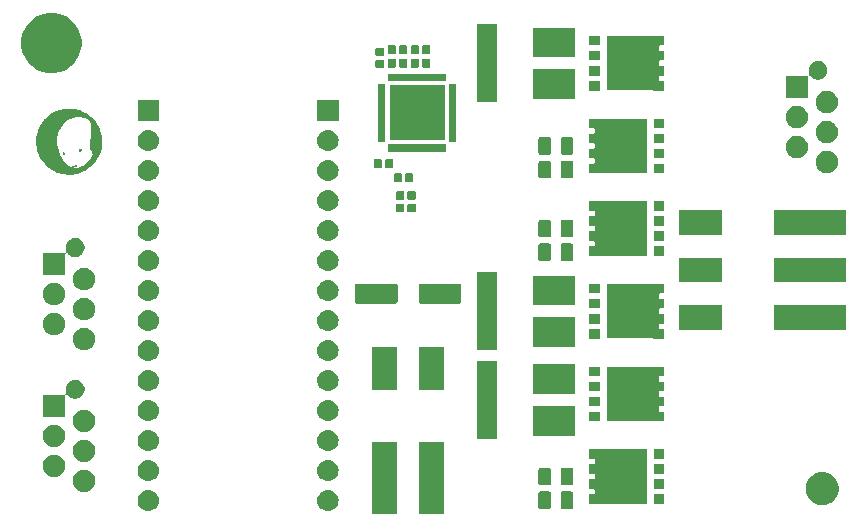
<source format=gbr>
G04 #@! TF.GenerationSoftware,KiCad,Pcbnew,5.1.3-ffb9f22~84~ubuntu18.04.1*
G04 #@! TF.CreationDate,2019-08-04T04:56:57-07:00*
G04 #@! TF.ProjectId,board,626f6172-642e-46b6-9963-61645f706362,rev?*
G04 #@! TF.SameCoordinates,Original*
G04 #@! TF.FileFunction,Soldermask,Top*
G04 #@! TF.FilePolarity,Negative*
%FSLAX46Y46*%
G04 Gerber Fmt 4.6, Leading zero omitted, Abs format (unit mm)*
G04 Created by KiCad (PCBNEW 5.1.3-ffb9f22~84~ubuntu18.04.1) date 2019-08-04 04:56:57*
%MOMM*%
%LPD*%
G04 APERTURE LIST*
%ADD10C,0.060000*%
%ADD11C,0.010000*%
%ADD12C,0.100000*%
G04 APERTURE END LIST*
D10*
G36*
X137874692Y-57631830D02*
G01*
X137878884Y-57637238D01*
X137879842Y-57645434D01*
X137875424Y-57650854D01*
X137863375Y-57658710D01*
X137845655Y-57668093D01*
X137824225Y-57678090D01*
X137801046Y-57687791D01*
X137778078Y-57696284D01*
X137757282Y-57702659D01*
X137755917Y-57703013D01*
X137712856Y-57710486D01*
X137664361Y-57712860D01*
X137613785Y-57710138D01*
X137567500Y-57702965D01*
X137540200Y-57697186D01*
X137521309Y-57692973D01*
X137509286Y-57689840D01*
X137502588Y-57687302D01*
X137499673Y-57684876D01*
X137498999Y-57682076D01*
X137498997Y-57681433D01*
X137500026Y-57673727D01*
X137503898Y-57669084D01*
X137512140Y-57667369D01*
X137526276Y-57668449D01*
X137547832Y-57672190D01*
X137564960Y-57675657D01*
X137623922Y-57685109D01*
X137677388Y-57687441D01*
X137727312Y-57682442D01*
X137775646Y-57669901D01*
X137824342Y-57649609D01*
X137829221Y-57647188D01*
X137851207Y-57636758D01*
X137865915Y-57631654D01*
X137874692Y-57631830D01*
X137874692Y-57631830D01*
G37*
X137874692Y-57631830D02*
X137878884Y-57637238D01*
X137879842Y-57645434D01*
X137875424Y-57650854D01*
X137863375Y-57658710D01*
X137845655Y-57668093D01*
X137824225Y-57678090D01*
X137801046Y-57687791D01*
X137778078Y-57696284D01*
X137757282Y-57702659D01*
X137755917Y-57703013D01*
X137712856Y-57710486D01*
X137664361Y-57712860D01*
X137613785Y-57710138D01*
X137567500Y-57702965D01*
X137540200Y-57697186D01*
X137521309Y-57692973D01*
X137509286Y-57689840D01*
X137502588Y-57687302D01*
X137499673Y-57684876D01*
X137498999Y-57682076D01*
X137498997Y-57681433D01*
X137500026Y-57673727D01*
X137503898Y-57669084D01*
X137512140Y-57667369D01*
X137526276Y-57668449D01*
X137547832Y-57672190D01*
X137564960Y-57675657D01*
X137623922Y-57685109D01*
X137677388Y-57687441D01*
X137727312Y-57682442D01*
X137775646Y-57669901D01*
X137824342Y-57649609D01*
X137829221Y-57647188D01*
X137851207Y-57636758D01*
X137865915Y-57631654D01*
X137874692Y-57631830D01*
D11*
G36*
X137361411Y-52847658D02*
G01*
X137410303Y-52849034D01*
X137451791Y-52851227D01*
X137454248Y-52851404D01*
X137620730Y-52868617D01*
X137784856Y-52895619D01*
X137946263Y-52932236D01*
X138104589Y-52978297D01*
X138259470Y-53033628D01*
X138410545Y-53098056D01*
X138557451Y-53171410D01*
X138699824Y-53253515D01*
X138837304Y-53344199D01*
X138969526Y-53443290D01*
X139096128Y-53550614D01*
X139216748Y-53665999D01*
X139261488Y-53712506D01*
X139372388Y-53837802D01*
X139474852Y-53968680D01*
X139568766Y-54104894D01*
X139654014Y-54246197D01*
X139730485Y-54392344D01*
X139798064Y-54543091D01*
X139856637Y-54698190D01*
X139906090Y-54857396D01*
X139946310Y-55020465D01*
X139977184Y-55187149D01*
X139991027Y-55287580D01*
X139993688Y-55315614D01*
X139996056Y-55352158D01*
X139998107Y-55395565D01*
X139999818Y-55444188D01*
X140001168Y-55496379D01*
X140002131Y-55550493D01*
X140002687Y-55604881D01*
X140002810Y-55657898D01*
X140002479Y-55707897D01*
X140001671Y-55753229D01*
X140000362Y-55792250D01*
X139998529Y-55823311D01*
X139998521Y-55823409D01*
X139980425Y-55987738D01*
X139952523Y-56149947D01*
X139915024Y-56309636D01*
X139868137Y-56466405D01*
X139812068Y-56619853D01*
X139747026Y-56769580D01*
X139673220Y-56915186D01*
X139590858Y-57056271D01*
X139500147Y-57192433D01*
X139401295Y-57323273D01*
X139294512Y-57448391D01*
X139180005Y-57567385D01*
X139057982Y-57679856D01*
X139013827Y-57717365D01*
X138882339Y-57820164D01*
X138745556Y-57914370D01*
X138603820Y-57999844D01*
X138457475Y-58076444D01*
X138306863Y-58144030D01*
X138152328Y-58202462D01*
X137994213Y-58251599D01*
X137832861Y-58291300D01*
X137668615Y-58321425D01*
X137501818Y-58341834D01*
X137486220Y-58343230D01*
X137454605Y-58345421D01*
X137415273Y-58347283D01*
X137370337Y-58348791D01*
X137321909Y-58349916D01*
X137272102Y-58350634D01*
X137223029Y-58350917D01*
X137176802Y-58350740D01*
X137135534Y-58350076D01*
X137101338Y-58348899D01*
X137088694Y-58348187D01*
X136919062Y-58332042D01*
X136752378Y-58306308D01*
X136588908Y-58271099D01*
X136428916Y-58226529D01*
X136272667Y-58172712D01*
X136120427Y-58109763D01*
X135972461Y-58037796D01*
X135829033Y-57956925D01*
X135690408Y-57867265D01*
X135556852Y-57768929D01*
X135428630Y-57662031D01*
X135367269Y-57606036D01*
X135248879Y-57487867D01*
X135138479Y-57363571D01*
X135036241Y-57233510D01*
X134942338Y-57098048D01*
X134856943Y-56957546D01*
X134780229Y-56812369D01*
X134712370Y-56662880D01*
X134653537Y-56509441D01*
X134603904Y-56352416D01*
X134563644Y-56192168D01*
X134532930Y-56029060D01*
X134511935Y-55863454D01*
X134506484Y-55799168D01*
X134504235Y-55758243D01*
X134502806Y-55709784D01*
X134502158Y-55655741D01*
X134502254Y-55598065D01*
X134502845Y-55554280D01*
X136185866Y-55554280D01*
X136186087Y-55614867D01*
X136186800Y-55667255D01*
X136188154Y-55713398D01*
X136190296Y-55755249D01*
X136193376Y-55794763D01*
X136197541Y-55833895D01*
X136202939Y-55874598D01*
X136209719Y-55918827D01*
X136216683Y-55960680D01*
X136241321Y-56085767D01*
X136273172Y-56215784D01*
X136311644Y-56349155D01*
X136356146Y-56484306D01*
X136406085Y-56619660D01*
X136460869Y-56753644D01*
X136519907Y-56884683D01*
X136582605Y-57011201D01*
X136648373Y-57131623D01*
X136672138Y-57172260D01*
X136697850Y-57214150D01*
X136722392Y-57251070D01*
X136747458Y-57285163D01*
X136774739Y-57318577D01*
X136805927Y-57353455D01*
X136842714Y-57391944D01*
X136856237Y-57405668D01*
X136924539Y-57472063D01*
X136990032Y-57530339D01*
X137054180Y-57581594D01*
X137118445Y-57626927D01*
X137184292Y-57667436D01*
X137253183Y-57704220D01*
X137255625Y-57705432D01*
X137322865Y-57736631D01*
X137390523Y-57763591D01*
X137459818Y-57786574D01*
X137531972Y-57805841D01*
X137608208Y-57821653D01*
X137689746Y-57834271D01*
X137777807Y-57843955D01*
X137873614Y-57850968D01*
X137954301Y-57854743D01*
X137968468Y-57854065D01*
X137989174Y-57851605D01*
X138013042Y-57847805D01*
X138026346Y-57845295D01*
X138132126Y-57818969D01*
X138236227Y-57782724D01*
X138338740Y-57736520D01*
X138439759Y-57680316D01*
X138518715Y-57628715D01*
X138554948Y-57602443D01*
X138595856Y-57571048D01*
X138640005Y-57535764D01*
X138685964Y-57497826D01*
X138732299Y-57458467D01*
X138777577Y-57418921D01*
X138820365Y-57380423D01*
X138859230Y-57344207D01*
X138892740Y-57311506D01*
X138919357Y-57283669D01*
X138969078Y-57226571D01*
X139018026Y-57165833D01*
X139065342Y-57102772D01*
X139110168Y-57038702D01*
X139151646Y-56974939D01*
X139188916Y-56912800D01*
X139221120Y-56853600D01*
X139247399Y-56798654D01*
X139265547Y-56753160D01*
X139277166Y-56716683D01*
X139283669Y-56686920D01*
X139285291Y-56661946D01*
X139282266Y-56639838D01*
X139280229Y-56632655D01*
X139271899Y-56599183D01*
X139265174Y-56555850D01*
X139260045Y-56502582D01*
X139258557Y-56480480D01*
X139256914Y-56457285D01*
X139255091Y-56437827D01*
X139253327Y-56424354D01*
X139252048Y-56419279D01*
X139245985Y-56415091D01*
X139233461Y-56408816D01*
X139221213Y-56403494D01*
X139185191Y-56385805D01*
X139155050Y-56364111D01*
X139130055Y-56337333D01*
X139109472Y-56304396D01*
X139092567Y-56264221D01*
X139078606Y-56215733D01*
X139071731Y-56184200D01*
X139063109Y-56129984D01*
X139056872Y-56067299D01*
X139053003Y-55997547D01*
X139051488Y-55922131D01*
X139052310Y-55842453D01*
X139055454Y-55759917D01*
X139060904Y-55675924D01*
X139068644Y-55591878D01*
X139078658Y-55509181D01*
X139079391Y-55503857D01*
X139087683Y-55452621D01*
X139098851Y-55398523D01*
X139113299Y-55339881D01*
X139131436Y-55275012D01*
X139147507Y-55221894D01*
X139158001Y-55186596D01*
X139164749Y-55160223D01*
X139167856Y-55142298D01*
X139167630Y-55132994D01*
X139166992Y-55125817D01*
X139166273Y-55109339D01*
X139165490Y-55084422D01*
X139164662Y-55051926D01*
X139163807Y-55012708D01*
X139162943Y-54967631D01*
X139162087Y-54917553D01*
X139161258Y-54863335D01*
X139160474Y-54805836D01*
X139160024Y-54769420D01*
X139159099Y-54694866D01*
X139158178Y-54629436D01*
X139157209Y-54572094D01*
X139156143Y-54521802D01*
X139154928Y-54477525D01*
X139153514Y-54438228D01*
X139151851Y-54402872D01*
X139149886Y-54370422D01*
X139147570Y-54339843D01*
X139144853Y-54310097D01*
X139141682Y-54280148D01*
X139138009Y-54248961D01*
X139133781Y-54215498D01*
X139132415Y-54204995D01*
X139123450Y-54142533D01*
X139112637Y-54077182D01*
X139100663Y-54012772D01*
X139088216Y-53953131D01*
X139083201Y-53931220D01*
X139077194Y-53905740D01*
X139071859Y-53883078D01*
X139067719Y-53865465D01*
X139065300Y-53855135D01*
X139065099Y-53854273D01*
X139059514Y-53844596D01*
X139046770Y-53830140D01*
X139028059Y-53811912D01*
X139004573Y-53790920D01*
X138977505Y-53768170D01*
X138948047Y-53744671D01*
X138917391Y-53721430D01*
X138886729Y-53699454D01*
X138862900Y-53683398D01*
X138769663Y-53628561D01*
X138670366Y-53581665D01*
X138564885Y-53542665D01*
X138453099Y-53511515D01*
X138334885Y-53488173D01*
X138324420Y-53486529D01*
X138279797Y-53480994D01*
X138227546Y-53476733D01*
X138170123Y-53473789D01*
X138109984Y-53472208D01*
X138049587Y-53472036D01*
X137991389Y-53473316D01*
X137937846Y-53476094D01*
X137905320Y-53478864D01*
X137768305Y-53496876D01*
X137636889Y-53522248D01*
X137511374Y-53554863D01*
X137392065Y-53594607D01*
X137279262Y-53641362D01*
X137173270Y-53695014D01*
X137074391Y-53755447D01*
X136982928Y-53822544D01*
X136962307Y-53839465D01*
X136929118Y-53868484D01*
X136896726Y-53899428D01*
X136863635Y-53933870D01*
X136828349Y-53973378D01*
X136789372Y-54019524D01*
X136780517Y-54030280D01*
X136676906Y-54162732D01*
X136583379Y-54295187D01*
X136499858Y-54427797D01*
X136426268Y-54560716D01*
X136362533Y-54694098D01*
X136308577Y-54828098D01*
X136264324Y-54962867D01*
X136229697Y-55098561D01*
X136214339Y-55175820D01*
X136206862Y-55218964D01*
X136200787Y-55257561D01*
X136195975Y-55293452D01*
X136192287Y-55328477D01*
X136189585Y-55364477D01*
X136187730Y-55403291D01*
X136186585Y-55446762D01*
X136186009Y-55496729D01*
X136185866Y-55554280D01*
X134502845Y-55554280D01*
X134503056Y-55538704D01*
X134504526Y-55479611D01*
X134506624Y-55422735D01*
X134509314Y-55370027D01*
X134512556Y-55323437D01*
X134516314Y-55284915D01*
X134516582Y-55282680D01*
X134542056Y-55113148D01*
X134576728Y-54947926D01*
X134620629Y-54786938D01*
X134673792Y-54630112D01*
X134736249Y-54477374D01*
X134808030Y-54328650D01*
X134889169Y-54183866D01*
X134979697Y-54042948D01*
X135079646Y-53905822D01*
X135147157Y-53821718D01*
X135172254Y-53792734D01*
X135203460Y-53758564D01*
X135239254Y-53720728D01*
X135278116Y-53680747D01*
X135318523Y-53640143D01*
X135358955Y-53600438D01*
X135397890Y-53563151D01*
X135433808Y-53529805D01*
X135465186Y-53501920D01*
X135476798Y-53492077D01*
X135593126Y-53399763D01*
X135710135Y-53316075D01*
X135829986Y-53239586D01*
X135954836Y-53168870D01*
X136007940Y-53141230D01*
X136153201Y-53072517D01*
X136300453Y-53013076D01*
X136450545Y-52962650D01*
X136604324Y-52920984D01*
X136762640Y-52887823D01*
X136926342Y-52862911D01*
X136937760Y-52861502D01*
X136975674Y-52857711D01*
X137021787Y-52854433D01*
X137074148Y-52851705D01*
X137130806Y-52849566D01*
X137189812Y-52848054D01*
X137249215Y-52847206D01*
X137307065Y-52847062D01*
X137361411Y-52847658D01*
X137361411Y-52847658D01*
G37*
X137361411Y-52847658D02*
X137410303Y-52849034D01*
X137451791Y-52851227D01*
X137454248Y-52851404D01*
X137620730Y-52868617D01*
X137784856Y-52895619D01*
X137946263Y-52932236D01*
X138104589Y-52978297D01*
X138259470Y-53033628D01*
X138410545Y-53098056D01*
X138557451Y-53171410D01*
X138699824Y-53253515D01*
X138837304Y-53344199D01*
X138969526Y-53443290D01*
X139096128Y-53550614D01*
X139216748Y-53665999D01*
X139261488Y-53712506D01*
X139372388Y-53837802D01*
X139474852Y-53968680D01*
X139568766Y-54104894D01*
X139654014Y-54246197D01*
X139730485Y-54392344D01*
X139798064Y-54543091D01*
X139856637Y-54698190D01*
X139906090Y-54857396D01*
X139946310Y-55020465D01*
X139977184Y-55187149D01*
X139991027Y-55287580D01*
X139993688Y-55315614D01*
X139996056Y-55352158D01*
X139998107Y-55395565D01*
X139999818Y-55444188D01*
X140001168Y-55496379D01*
X140002131Y-55550493D01*
X140002687Y-55604881D01*
X140002810Y-55657898D01*
X140002479Y-55707897D01*
X140001671Y-55753229D01*
X140000362Y-55792250D01*
X139998529Y-55823311D01*
X139998521Y-55823409D01*
X139980425Y-55987738D01*
X139952523Y-56149947D01*
X139915024Y-56309636D01*
X139868137Y-56466405D01*
X139812068Y-56619853D01*
X139747026Y-56769580D01*
X139673220Y-56915186D01*
X139590858Y-57056271D01*
X139500147Y-57192433D01*
X139401295Y-57323273D01*
X139294512Y-57448391D01*
X139180005Y-57567385D01*
X139057982Y-57679856D01*
X139013827Y-57717365D01*
X138882339Y-57820164D01*
X138745556Y-57914370D01*
X138603820Y-57999844D01*
X138457475Y-58076444D01*
X138306863Y-58144030D01*
X138152328Y-58202462D01*
X137994213Y-58251599D01*
X137832861Y-58291300D01*
X137668615Y-58321425D01*
X137501818Y-58341834D01*
X137486220Y-58343230D01*
X137454605Y-58345421D01*
X137415273Y-58347283D01*
X137370337Y-58348791D01*
X137321909Y-58349916D01*
X137272102Y-58350634D01*
X137223029Y-58350917D01*
X137176802Y-58350740D01*
X137135534Y-58350076D01*
X137101338Y-58348899D01*
X137088694Y-58348187D01*
X136919062Y-58332042D01*
X136752378Y-58306308D01*
X136588908Y-58271099D01*
X136428916Y-58226529D01*
X136272667Y-58172712D01*
X136120427Y-58109763D01*
X135972461Y-58037796D01*
X135829033Y-57956925D01*
X135690408Y-57867265D01*
X135556852Y-57768929D01*
X135428630Y-57662031D01*
X135367269Y-57606036D01*
X135248879Y-57487867D01*
X135138479Y-57363571D01*
X135036241Y-57233510D01*
X134942338Y-57098048D01*
X134856943Y-56957546D01*
X134780229Y-56812369D01*
X134712370Y-56662880D01*
X134653537Y-56509441D01*
X134603904Y-56352416D01*
X134563644Y-56192168D01*
X134532930Y-56029060D01*
X134511935Y-55863454D01*
X134506484Y-55799168D01*
X134504235Y-55758243D01*
X134502806Y-55709784D01*
X134502158Y-55655741D01*
X134502254Y-55598065D01*
X134502845Y-55554280D01*
X136185866Y-55554280D01*
X136186087Y-55614867D01*
X136186800Y-55667255D01*
X136188154Y-55713398D01*
X136190296Y-55755249D01*
X136193376Y-55794763D01*
X136197541Y-55833895D01*
X136202939Y-55874598D01*
X136209719Y-55918827D01*
X136216683Y-55960680D01*
X136241321Y-56085767D01*
X136273172Y-56215784D01*
X136311644Y-56349155D01*
X136356146Y-56484306D01*
X136406085Y-56619660D01*
X136460869Y-56753644D01*
X136519907Y-56884683D01*
X136582605Y-57011201D01*
X136648373Y-57131623D01*
X136672138Y-57172260D01*
X136697850Y-57214150D01*
X136722392Y-57251070D01*
X136747458Y-57285163D01*
X136774739Y-57318577D01*
X136805927Y-57353455D01*
X136842714Y-57391944D01*
X136856237Y-57405668D01*
X136924539Y-57472063D01*
X136990032Y-57530339D01*
X137054180Y-57581594D01*
X137118445Y-57626927D01*
X137184292Y-57667436D01*
X137253183Y-57704220D01*
X137255625Y-57705432D01*
X137322865Y-57736631D01*
X137390523Y-57763591D01*
X137459818Y-57786574D01*
X137531972Y-57805841D01*
X137608208Y-57821653D01*
X137689746Y-57834271D01*
X137777807Y-57843955D01*
X137873614Y-57850968D01*
X137954301Y-57854743D01*
X137968468Y-57854065D01*
X137989174Y-57851605D01*
X138013042Y-57847805D01*
X138026346Y-57845295D01*
X138132126Y-57818969D01*
X138236227Y-57782724D01*
X138338740Y-57736520D01*
X138439759Y-57680316D01*
X138518715Y-57628715D01*
X138554948Y-57602443D01*
X138595856Y-57571048D01*
X138640005Y-57535764D01*
X138685964Y-57497826D01*
X138732299Y-57458467D01*
X138777577Y-57418921D01*
X138820365Y-57380423D01*
X138859230Y-57344207D01*
X138892740Y-57311506D01*
X138919357Y-57283669D01*
X138969078Y-57226571D01*
X139018026Y-57165833D01*
X139065342Y-57102772D01*
X139110168Y-57038702D01*
X139151646Y-56974939D01*
X139188916Y-56912800D01*
X139221120Y-56853600D01*
X139247399Y-56798654D01*
X139265547Y-56753160D01*
X139277166Y-56716683D01*
X139283669Y-56686920D01*
X139285291Y-56661946D01*
X139282266Y-56639838D01*
X139280229Y-56632655D01*
X139271899Y-56599183D01*
X139265174Y-56555850D01*
X139260045Y-56502582D01*
X139258557Y-56480480D01*
X139256914Y-56457285D01*
X139255091Y-56437827D01*
X139253327Y-56424354D01*
X139252048Y-56419279D01*
X139245985Y-56415091D01*
X139233461Y-56408816D01*
X139221213Y-56403494D01*
X139185191Y-56385805D01*
X139155050Y-56364111D01*
X139130055Y-56337333D01*
X139109472Y-56304396D01*
X139092567Y-56264221D01*
X139078606Y-56215733D01*
X139071731Y-56184200D01*
X139063109Y-56129984D01*
X139056872Y-56067299D01*
X139053003Y-55997547D01*
X139051488Y-55922131D01*
X139052310Y-55842453D01*
X139055454Y-55759917D01*
X139060904Y-55675924D01*
X139068644Y-55591878D01*
X139078658Y-55509181D01*
X139079391Y-55503857D01*
X139087683Y-55452621D01*
X139098851Y-55398523D01*
X139113299Y-55339881D01*
X139131436Y-55275012D01*
X139147507Y-55221894D01*
X139158001Y-55186596D01*
X139164749Y-55160223D01*
X139167856Y-55142298D01*
X139167630Y-55132994D01*
X139166992Y-55125817D01*
X139166273Y-55109339D01*
X139165490Y-55084422D01*
X139164662Y-55051926D01*
X139163807Y-55012708D01*
X139162943Y-54967631D01*
X139162087Y-54917553D01*
X139161258Y-54863335D01*
X139160474Y-54805836D01*
X139160024Y-54769420D01*
X139159099Y-54694866D01*
X139158178Y-54629436D01*
X139157209Y-54572094D01*
X139156143Y-54521802D01*
X139154928Y-54477525D01*
X139153514Y-54438228D01*
X139151851Y-54402872D01*
X139149886Y-54370422D01*
X139147570Y-54339843D01*
X139144853Y-54310097D01*
X139141682Y-54280148D01*
X139138009Y-54248961D01*
X139133781Y-54215498D01*
X139132415Y-54204995D01*
X139123450Y-54142533D01*
X139112637Y-54077182D01*
X139100663Y-54012772D01*
X139088216Y-53953131D01*
X139083201Y-53931220D01*
X139077194Y-53905740D01*
X139071859Y-53883078D01*
X139067719Y-53865465D01*
X139065300Y-53855135D01*
X139065099Y-53854273D01*
X139059514Y-53844596D01*
X139046770Y-53830140D01*
X139028059Y-53811912D01*
X139004573Y-53790920D01*
X138977505Y-53768170D01*
X138948047Y-53744671D01*
X138917391Y-53721430D01*
X138886729Y-53699454D01*
X138862900Y-53683398D01*
X138769663Y-53628561D01*
X138670366Y-53581665D01*
X138564885Y-53542665D01*
X138453099Y-53511515D01*
X138334885Y-53488173D01*
X138324420Y-53486529D01*
X138279797Y-53480994D01*
X138227546Y-53476733D01*
X138170123Y-53473789D01*
X138109984Y-53472208D01*
X138049587Y-53472036D01*
X137991389Y-53473316D01*
X137937846Y-53476094D01*
X137905320Y-53478864D01*
X137768305Y-53496876D01*
X137636889Y-53522248D01*
X137511374Y-53554863D01*
X137392065Y-53594607D01*
X137279262Y-53641362D01*
X137173270Y-53695014D01*
X137074391Y-53755447D01*
X136982928Y-53822544D01*
X136962307Y-53839465D01*
X136929118Y-53868484D01*
X136896726Y-53899428D01*
X136863635Y-53933870D01*
X136828349Y-53973378D01*
X136789372Y-54019524D01*
X136780517Y-54030280D01*
X136676906Y-54162732D01*
X136583379Y-54295187D01*
X136499858Y-54427797D01*
X136426268Y-54560716D01*
X136362533Y-54694098D01*
X136308577Y-54828098D01*
X136264324Y-54962867D01*
X136229697Y-55098561D01*
X136214339Y-55175820D01*
X136206862Y-55218964D01*
X136200787Y-55257561D01*
X136195975Y-55293452D01*
X136192287Y-55328477D01*
X136189585Y-55364477D01*
X136187730Y-55403291D01*
X136186585Y-55446762D01*
X136186009Y-55496729D01*
X136185866Y-55554280D01*
X134502845Y-55554280D01*
X134503056Y-55538704D01*
X134504526Y-55479611D01*
X134506624Y-55422735D01*
X134509314Y-55370027D01*
X134512556Y-55323437D01*
X134516314Y-55284915D01*
X134516582Y-55282680D01*
X134542056Y-55113148D01*
X134576728Y-54947926D01*
X134620629Y-54786938D01*
X134673792Y-54630112D01*
X134736249Y-54477374D01*
X134808030Y-54328650D01*
X134889169Y-54183866D01*
X134979697Y-54042948D01*
X135079646Y-53905822D01*
X135147157Y-53821718D01*
X135172254Y-53792734D01*
X135203460Y-53758564D01*
X135239254Y-53720728D01*
X135278116Y-53680747D01*
X135318523Y-53640143D01*
X135358955Y-53600438D01*
X135397890Y-53563151D01*
X135433808Y-53529805D01*
X135465186Y-53501920D01*
X135476798Y-53492077D01*
X135593126Y-53399763D01*
X135710135Y-53316075D01*
X135829986Y-53239586D01*
X135954836Y-53168870D01*
X136007940Y-53141230D01*
X136153201Y-53072517D01*
X136300453Y-53013076D01*
X136450545Y-52962650D01*
X136604324Y-52920984D01*
X136762640Y-52887823D01*
X136926342Y-52862911D01*
X136937760Y-52861502D01*
X136975674Y-52857711D01*
X137021787Y-52854433D01*
X137074148Y-52851705D01*
X137130806Y-52849566D01*
X137189812Y-52848054D01*
X137249215Y-52847206D01*
X137307065Y-52847062D01*
X137361411Y-52847658D01*
G36*
X136774466Y-56529926D02*
G01*
X136789554Y-56541333D01*
X136791789Y-56543610D01*
X136807997Y-56564076D01*
X136821303Y-56587188D01*
X136831395Y-56611348D01*
X136837961Y-56634960D01*
X136840691Y-56656426D01*
X136839274Y-56674150D01*
X136833397Y-56686535D01*
X136822750Y-56691983D01*
X136820740Y-56692103D01*
X136813319Y-56689690D01*
X136801818Y-56683702D01*
X136800097Y-56682671D01*
X136783099Y-56667908D01*
X136767367Y-56646401D01*
X136753917Y-56620683D01*
X136743764Y-56593289D01*
X136737921Y-56566754D01*
X136737405Y-56543613D01*
X136740003Y-56532595D01*
X136747422Y-56525074D01*
X136759666Y-56524345D01*
X136774466Y-56529926D01*
X136774466Y-56529926D01*
G37*
X136774466Y-56529926D02*
X136789554Y-56541333D01*
X136791789Y-56543610D01*
X136807997Y-56564076D01*
X136821303Y-56587188D01*
X136831395Y-56611348D01*
X136837961Y-56634960D01*
X136840691Y-56656426D01*
X136839274Y-56674150D01*
X136833397Y-56686535D01*
X136822750Y-56691983D01*
X136820740Y-56692103D01*
X136813319Y-56689690D01*
X136801818Y-56683702D01*
X136800097Y-56682671D01*
X136783099Y-56667908D01*
X136767367Y-56646401D01*
X136753917Y-56620683D01*
X136743764Y-56593289D01*
X136737921Y-56566754D01*
X136737405Y-56543613D01*
X136740003Y-56532595D01*
X136747422Y-56525074D01*
X136759666Y-56524345D01*
X136774466Y-56529926D01*
G36*
X138213667Y-56251102D02*
G01*
X138226744Y-56254493D01*
X138238048Y-56261622D01*
X138240392Y-56263545D01*
X138259692Y-56285382D01*
X138269619Y-56309859D01*
X138269926Y-56335768D01*
X138260441Y-56361765D01*
X138246012Y-56380859D01*
X138227537Y-56392325D01*
X138203024Y-56397210D01*
X138192228Y-56397560D01*
X138174829Y-56396947D01*
X138163155Y-56393934D01*
X138152794Y-56386758D01*
X138143903Y-56378259D01*
X138127278Y-56355369D01*
X138119936Y-56330434D01*
X138121832Y-56305206D01*
X138132919Y-56281436D01*
X138146859Y-56265951D01*
X138158713Y-56256754D01*
X138170030Y-56252033D01*
X138185130Y-56250369D01*
X138194667Y-56250240D01*
X138213667Y-56251102D01*
X138213667Y-56251102D01*
G37*
X138213667Y-56251102D02*
X138226744Y-56254493D01*
X138238048Y-56261622D01*
X138240392Y-56263545D01*
X138259692Y-56285382D01*
X138269619Y-56309859D01*
X138269926Y-56335768D01*
X138260441Y-56361765D01*
X138246012Y-56380859D01*
X138227537Y-56392325D01*
X138203024Y-56397210D01*
X138192228Y-56397560D01*
X138174829Y-56396947D01*
X138163155Y-56393934D01*
X138152794Y-56386758D01*
X138143903Y-56378259D01*
X138127278Y-56355369D01*
X138119936Y-56330434D01*
X138121832Y-56305206D01*
X138132919Y-56281436D01*
X138146859Y-56265951D01*
X138158713Y-56256754D01*
X138170030Y-56252033D01*
X138185130Y-56250369D01*
X138194667Y-56250240D01*
X138213667Y-56251102D01*
D12*
G36*
X169051000Y-87151000D02*
G01*
X166949000Y-87151000D01*
X166949000Y-81049000D01*
X169051000Y-81049000D01*
X169051000Y-87151000D01*
X169051000Y-87151000D01*
G37*
G36*
X165051000Y-87151000D02*
G01*
X162949000Y-87151000D01*
X162949000Y-81049000D01*
X165051000Y-81049000D01*
X165051000Y-87151000D01*
X165051000Y-87151000D01*
G37*
G36*
X159310443Y-85125519D02*
G01*
X159376627Y-85132037D01*
X159546466Y-85183557D01*
X159702991Y-85267222D01*
X159736079Y-85294377D01*
X159840186Y-85379814D01*
X159900614Y-85453447D01*
X159952778Y-85517009D01*
X160036443Y-85673534D01*
X160087963Y-85843373D01*
X160105359Y-86020000D01*
X160087963Y-86196627D01*
X160036443Y-86366466D01*
X159952778Y-86522991D01*
X159940368Y-86538112D01*
X159840186Y-86660186D01*
X159749384Y-86734704D01*
X159702991Y-86772778D01*
X159546466Y-86856443D01*
X159376627Y-86907963D01*
X159310443Y-86914481D01*
X159244260Y-86921000D01*
X159155740Y-86921000D01*
X159089557Y-86914481D01*
X159023373Y-86907963D01*
X158853534Y-86856443D01*
X158697009Y-86772778D01*
X158650616Y-86734704D01*
X158559814Y-86660186D01*
X158459632Y-86538112D01*
X158447222Y-86522991D01*
X158363557Y-86366466D01*
X158312037Y-86196627D01*
X158294641Y-86020000D01*
X158312037Y-85843373D01*
X158363557Y-85673534D01*
X158447222Y-85517009D01*
X158499386Y-85453447D01*
X158559814Y-85379814D01*
X158663921Y-85294377D01*
X158697009Y-85267222D01*
X158853534Y-85183557D01*
X159023373Y-85132037D01*
X159089557Y-85125519D01*
X159155740Y-85119000D01*
X159244260Y-85119000D01*
X159310443Y-85125519D01*
X159310443Y-85125519D01*
G37*
G36*
X144110443Y-85125519D02*
G01*
X144176627Y-85132037D01*
X144346466Y-85183557D01*
X144502991Y-85267222D01*
X144536079Y-85294377D01*
X144640186Y-85379814D01*
X144700614Y-85453447D01*
X144752778Y-85517009D01*
X144836443Y-85673534D01*
X144887963Y-85843373D01*
X144905359Y-86020000D01*
X144887963Y-86196627D01*
X144836443Y-86366466D01*
X144752778Y-86522991D01*
X144740368Y-86538112D01*
X144640186Y-86660186D01*
X144549384Y-86734704D01*
X144502991Y-86772778D01*
X144346466Y-86856443D01*
X144176627Y-86907963D01*
X144110443Y-86914481D01*
X144044260Y-86921000D01*
X143955740Y-86921000D01*
X143889557Y-86914481D01*
X143823373Y-86907963D01*
X143653534Y-86856443D01*
X143497009Y-86772778D01*
X143450616Y-86734704D01*
X143359814Y-86660186D01*
X143259632Y-86538112D01*
X143247222Y-86522991D01*
X143163557Y-86366466D01*
X143112037Y-86196627D01*
X143094641Y-86020000D01*
X143112037Y-85843373D01*
X143163557Y-85673534D01*
X143247222Y-85517009D01*
X143299386Y-85453447D01*
X143359814Y-85379814D01*
X143463921Y-85294377D01*
X143497009Y-85267222D01*
X143653534Y-85183557D01*
X143823373Y-85132037D01*
X143889557Y-85125519D01*
X143955740Y-85119000D01*
X144044260Y-85119000D01*
X144110443Y-85125519D01*
X144110443Y-85125519D01*
G37*
G36*
X179809468Y-85253565D02*
G01*
X179848138Y-85265296D01*
X179883777Y-85284346D01*
X179915017Y-85309983D01*
X179940654Y-85341223D01*
X179959704Y-85376862D01*
X179971435Y-85415532D01*
X179976000Y-85461888D01*
X179976000Y-86538112D01*
X179971435Y-86584468D01*
X179959704Y-86623138D01*
X179940654Y-86658777D01*
X179915017Y-86690017D01*
X179883777Y-86715654D01*
X179848138Y-86734704D01*
X179809468Y-86746435D01*
X179763112Y-86751000D01*
X179111888Y-86751000D01*
X179065532Y-86746435D01*
X179026862Y-86734704D01*
X178991223Y-86715654D01*
X178959983Y-86690017D01*
X178934346Y-86658777D01*
X178915296Y-86623138D01*
X178903565Y-86584468D01*
X178899000Y-86538112D01*
X178899000Y-85461888D01*
X178903565Y-85415532D01*
X178915296Y-85376862D01*
X178934346Y-85341223D01*
X178959983Y-85309983D01*
X178991223Y-85284346D01*
X179026862Y-85265296D01*
X179065532Y-85253565D01*
X179111888Y-85249000D01*
X179763112Y-85249000D01*
X179809468Y-85253565D01*
X179809468Y-85253565D01*
G37*
G36*
X177934468Y-85253565D02*
G01*
X177973138Y-85265296D01*
X178008777Y-85284346D01*
X178040017Y-85309983D01*
X178065654Y-85341223D01*
X178084704Y-85376862D01*
X178096435Y-85415532D01*
X178101000Y-85461888D01*
X178101000Y-86538112D01*
X178096435Y-86584468D01*
X178084704Y-86623138D01*
X178065654Y-86658777D01*
X178040017Y-86690017D01*
X178008777Y-86715654D01*
X177973138Y-86734704D01*
X177934468Y-86746435D01*
X177888112Y-86751000D01*
X177236888Y-86751000D01*
X177190532Y-86746435D01*
X177151862Y-86734704D01*
X177116223Y-86715654D01*
X177084983Y-86690017D01*
X177059346Y-86658777D01*
X177040296Y-86623138D01*
X177028565Y-86584468D01*
X177024000Y-86538112D01*
X177024000Y-85461888D01*
X177028565Y-85415532D01*
X177040296Y-85376862D01*
X177059346Y-85341223D01*
X177084983Y-85309983D01*
X177116223Y-85284346D01*
X177151862Y-85265296D01*
X177190532Y-85253565D01*
X177236888Y-85249000D01*
X177888112Y-85249000D01*
X177934468Y-85253565D01*
X177934468Y-85253565D01*
G37*
G36*
X201368433Y-83634893D02*
G01*
X201458657Y-83652839D01*
X201539257Y-83686225D01*
X201713621Y-83758449D01*
X201731679Y-83770515D01*
X201943086Y-83911772D01*
X202138228Y-84106914D01*
X202238066Y-84256333D01*
X202291551Y-84336379D01*
X202335990Y-84443665D01*
X202394446Y-84584788D01*
X202397161Y-84591344D01*
X202451000Y-84862012D01*
X202451000Y-85137988D01*
X202440104Y-85192765D01*
X202397161Y-85408657D01*
X202370762Y-85472389D01*
X202291551Y-85663621D01*
X202284927Y-85673534D01*
X202138228Y-85893086D01*
X201943086Y-86088228D01*
X201789763Y-86190675D01*
X201713621Y-86241551D01*
X201570098Y-86301000D01*
X201458657Y-86347161D01*
X201368433Y-86365107D01*
X201187988Y-86401000D01*
X200912012Y-86401000D01*
X200731567Y-86365107D01*
X200641343Y-86347161D01*
X200529902Y-86301000D01*
X200386379Y-86241551D01*
X200310237Y-86190675D01*
X200156914Y-86088228D01*
X199961772Y-85893086D01*
X199815073Y-85673534D01*
X199808449Y-85663621D01*
X199729238Y-85472389D01*
X199702839Y-85408657D01*
X199659896Y-85192765D01*
X199649000Y-85137988D01*
X199649000Y-84862012D01*
X199702839Y-84591344D01*
X199705555Y-84584788D01*
X199764010Y-84443665D01*
X199808449Y-84336379D01*
X199861934Y-84256333D01*
X199961772Y-84106914D01*
X200156914Y-83911772D01*
X200368321Y-83770515D01*
X200386379Y-83758449D01*
X200560743Y-83686225D01*
X200641343Y-83652839D01*
X200731567Y-83634893D01*
X200912012Y-83599000D01*
X201187988Y-83599000D01*
X201368433Y-83634893D01*
X201368433Y-83634893D01*
G37*
G36*
X182278164Y-81689485D02*
G01*
X182301613Y-81696598D01*
X182325999Y-81699000D01*
X186196000Y-81699000D01*
X186196000Y-86301000D01*
X182325999Y-86301000D01*
X182301613Y-86303402D01*
X182278164Y-86310515D01*
X182277257Y-86311000D01*
X181299000Y-86311000D01*
X181299000Y-85509000D01*
X181679001Y-85509000D01*
X181703387Y-85506598D01*
X181726836Y-85499485D01*
X181748447Y-85487934D01*
X181767389Y-85472389D01*
X181782934Y-85453447D01*
X181794485Y-85431836D01*
X181801598Y-85408387D01*
X181804000Y-85384001D01*
X181804000Y-85165999D01*
X181801598Y-85141613D01*
X181794485Y-85118164D01*
X181782934Y-85096553D01*
X181767389Y-85077611D01*
X181748447Y-85062066D01*
X181726836Y-85050515D01*
X181703387Y-85043402D01*
X181679001Y-85041000D01*
X181299000Y-85041000D01*
X181299000Y-84239000D01*
X181679001Y-84239000D01*
X181703387Y-84236598D01*
X181726836Y-84229485D01*
X181748447Y-84217934D01*
X181767389Y-84202389D01*
X181782934Y-84183447D01*
X181794485Y-84161836D01*
X181801598Y-84138387D01*
X181804000Y-84114001D01*
X181804000Y-83885999D01*
X181801598Y-83861613D01*
X181794485Y-83838164D01*
X181782934Y-83816553D01*
X181767389Y-83797611D01*
X181748447Y-83782066D01*
X181726836Y-83770515D01*
X181703387Y-83763402D01*
X181679001Y-83761000D01*
X181299000Y-83761000D01*
X181299000Y-82959000D01*
X181679001Y-82959000D01*
X181703387Y-82956598D01*
X181726836Y-82949485D01*
X181748447Y-82937934D01*
X181767389Y-82922389D01*
X181782934Y-82903447D01*
X181794485Y-82881836D01*
X181801598Y-82858387D01*
X181804000Y-82834001D01*
X181804000Y-82615999D01*
X181801598Y-82591613D01*
X181794485Y-82568164D01*
X181782934Y-82546553D01*
X181767389Y-82527611D01*
X181748447Y-82512066D01*
X181726836Y-82500515D01*
X181703387Y-82493402D01*
X181679001Y-82491000D01*
X181299000Y-82491000D01*
X181299000Y-81689000D01*
X182277257Y-81689000D01*
X182278164Y-81689485D01*
X182278164Y-81689485D01*
G37*
G36*
X187701000Y-86311000D02*
G01*
X186799000Y-86311000D01*
X186799000Y-85509000D01*
X187701000Y-85509000D01*
X187701000Y-86311000D01*
X187701000Y-86311000D01*
G37*
G36*
X138817395Y-83435546D02*
G01*
X138990466Y-83507234D01*
X139067818Y-83558919D01*
X139146227Y-83611310D01*
X139278690Y-83743773D01*
X139296558Y-83770515D01*
X139382766Y-83899534D01*
X139454454Y-84072605D01*
X139491000Y-84256333D01*
X139491000Y-84443667D01*
X139454454Y-84627395D01*
X139382766Y-84800466D01*
X139382765Y-84800467D01*
X139278690Y-84956227D01*
X139146227Y-85088690D01*
X139081353Y-85132037D01*
X138990466Y-85192766D01*
X138817395Y-85264454D01*
X138633667Y-85301000D01*
X138446333Y-85301000D01*
X138262605Y-85264454D01*
X138089534Y-85192766D01*
X137998647Y-85132037D01*
X137933773Y-85088690D01*
X137801310Y-84956227D01*
X137697235Y-84800467D01*
X137697234Y-84800466D01*
X137625546Y-84627395D01*
X137589000Y-84443667D01*
X137589000Y-84256333D01*
X137625546Y-84072605D01*
X137697234Y-83899534D01*
X137783442Y-83770515D01*
X137801310Y-83743773D01*
X137933773Y-83611310D01*
X138012182Y-83558919D01*
X138089534Y-83507234D01*
X138262605Y-83435546D01*
X138446333Y-83399000D01*
X138633667Y-83399000D01*
X138817395Y-83435546D01*
X138817395Y-83435546D01*
G37*
G36*
X187701000Y-85041000D02*
G01*
X186799000Y-85041000D01*
X186799000Y-84239000D01*
X187701000Y-84239000D01*
X187701000Y-85041000D01*
X187701000Y-85041000D01*
G37*
G36*
X177934468Y-83253565D02*
G01*
X177973138Y-83265296D01*
X178008777Y-83284346D01*
X178040017Y-83309983D01*
X178065654Y-83341223D01*
X178084704Y-83376862D01*
X178096435Y-83415532D01*
X178101000Y-83461888D01*
X178101000Y-84538112D01*
X178096435Y-84584468D01*
X178084704Y-84623138D01*
X178065654Y-84658777D01*
X178040017Y-84690017D01*
X178008777Y-84715654D01*
X177973138Y-84734704D01*
X177934468Y-84746435D01*
X177888112Y-84751000D01*
X177236888Y-84751000D01*
X177190532Y-84746435D01*
X177151862Y-84734704D01*
X177116223Y-84715654D01*
X177084983Y-84690017D01*
X177059346Y-84658777D01*
X177040296Y-84623138D01*
X177028565Y-84584468D01*
X177024000Y-84538112D01*
X177024000Y-83461888D01*
X177028565Y-83415532D01*
X177040296Y-83376862D01*
X177059346Y-83341223D01*
X177084983Y-83309983D01*
X177116223Y-83284346D01*
X177151862Y-83265296D01*
X177190532Y-83253565D01*
X177236888Y-83249000D01*
X177888112Y-83249000D01*
X177934468Y-83253565D01*
X177934468Y-83253565D01*
G37*
G36*
X179809468Y-83253565D02*
G01*
X179848138Y-83265296D01*
X179883777Y-83284346D01*
X179915017Y-83309983D01*
X179940654Y-83341223D01*
X179959704Y-83376862D01*
X179971435Y-83415532D01*
X179976000Y-83461888D01*
X179976000Y-84538112D01*
X179971435Y-84584468D01*
X179959704Y-84623138D01*
X179940654Y-84658777D01*
X179915017Y-84690017D01*
X179883777Y-84715654D01*
X179848138Y-84734704D01*
X179809468Y-84746435D01*
X179763112Y-84751000D01*
X179111888Y-84751000D01*
X179065532Y-84746435D01*
X179026862Y-84734704D01*
X178991223Y-84715654D01*
X178959983Y-84690017D01*
X178934346Y-84658777D01*
X178915296Y-84623138D01*
X178903565Y-84584468D01*
X178899000Y-84538112D01*
X178899000Y-83461888D01*
X178903565Y-83415532D01*
X178915296Y-83376862D01*
X178934346Y-83341223D01*
X178959983Y-83309983D01*
X178991223Y-83284346D01*
X179026862Y-83265296D01*
X179065532Y-83253565D01*
X179111888Y-83249000D01*
X179763112Y-83249000D01*
X179809468Y-83253565D01*
X179809468Y-83253565D01*
G37*
G36*
X159310442Y-82585518D02*
G01*
X159376627Y-82592037D01*
X159546466Y-82643557D01*
X159702991Y-82727222D01*
X159738729Y-82756552D01*
X159840186Y-82839814D01*
X159920710Y-82937934D01*
X159952778Y-82977009D01*
X160036443Y-83133534D01*
X160087963Y-83303373D01*
X160105359Y-83480000D01*
X160087963Y-83656627D01*
X160036443Y-83826466D01*
X159952778Y-83982991D01*
X159943371Y-83994453D01*
X159840186Y-84120186D01*
X159763101Y-84183447D01*
X159702991Y-84232778D01*
X159546466Y-84316443D01*
X159376627Y-84367963D01*
X159310443Y-84374481D01*
X159244260Y-84381000D01*
X159155740Y-84381000D01*
X159089557Y-84374481D01*
X159023373Y-84367963D01*
X158853534Y-84316443D01*
X158697009Y-84232778D01*
X158636899Y-84183447D01*
X158559814Y-84120186D01*
X158456629Y-83994453D01*
X158447222Y-83982991D01*
X158363557Y-83826466D01*
X158312037Y-83656627D01*
X158294641Y-83480000D01*
X158312037Y-83303373D01*
X158363557Y-83133534D01*
X158447222Y-82977009D01*
X158479290Y-82937934D01*
X158559814Y-82839814D01*
X158661271Y-82756552D01*
X158697009Y-82727222D01*
X158853534Y-82643557D01*
X159023373Y-82592037D01*
X159089558Y-82585518D01*
X159155740Y-82579000D01*
X159244260Y-82579000D01*
X159310442Y-82585518D01*
X159310442Y-82585518D01*
G37*
G36*
X144110442Y-82585518D02*
G01*
X144176627Y-82592037D01*
X144346466Y-82643557D01*
X144502991Y-82727222D01*
X144538729Y-82756552D01*
X144640186Y-82839814D01*
X144720710Y-82937934D01*
X144752778Y-82977009D01*
X144836443Y-83133534D01*
X144887963Y-83303373D01*
X144905359Y-83480000D01*
X144887963Y-83656627D01*
X144836443Y-83826466D01*
X144752778Y-83982991D01*
X144743371Y-83994453D01*
X144640186Y-84120186D01*
X144563101Y-84183447D01*
X144502991Y-84232778D01*
X144346466Y-84316443D01*
X144176627Y-84367963D01*
X144110443Y-84374481D01*
X144044260Y-84381000D01*
X143955740Y-84381000D01*
X143889557Y-84374481D01*
X143823373Y-84367963D01*
X143653534Y-84316443D01*
X143497009Y-84232778D01*
X143436899Y-84183447D01*
X143359814Y-84120186D01*
X143256629Y-83994453D01*
X143247222Y-83982991D01*
X143163557Y-83826466D01*
X143112037Y-83656627D01*
X143094641Y-83480000D01*
X143112037Y-83303373D01*
X143163557Y-83133534D01*
X143247222Y-82977009D01*
X143279290Y-82937934D01*
X143359814Y-82839814D01*
X143461271Y-82756552D01*
X143497009Y-82727222D01*
X143653534Y-82643557D01*
X143823373Y-82592037D01*
X143889558Y-82585518D01*
X143955740Y-82579000D01*
X144044260Y-82579000D01*
X144110442Y-82585518D01*
X144110442Y-82585518D01*
G37*
G36*
X136277395Y-82165546D02*
G01*
X136450466Y-82237234D01*
X136527818Y-82288919D01*
X136606227Y-82341310D01*
X136738690Y-82473773D01*
X136756558Y-82500515D01*
X136842766Y-82629534D01*
X136914454Y-82802605D01*
X136951000Y-82986333D01*
X136951000Y-83173667D01*
X136914454Y-83357395D01*
X136842766Y-83530466D01*
X136842765Y-83530467D01*
X136738690Y-83686227D01*
X136606227Y-83818690D01*
X136594589Y-83826466D01*
X136450466Y-83922766D01*
X136277395Y-83994454D01*
X136093667Y-84031000D01*
X135906333Y-84031000D01*
X135722605Y-83994454D01*
X135549534Y-83922766D01*
X135405411Y-83826466D01*
X135393773Y-83818690D01*
X135261310Y-83686227D01*
X135157235Y-83530467D01*
X135157234Y-83530466D01*
X135085546Y-83357395D01*
X135049000Y-83173667D01*
X135049000Y-82986333D01*
X135085546Y-82802605D01*
X135157234Y-82629534D01*
X135243442Y-82500515D01*
X135261310Y-82473773D01*
X135393773Y-82341310D01*
X135472182Y-82288919D01*
X135549534Y-82237234D01*
X135722605Y-82165546D01*
X135906333Y-82129000D01*
X136093667Y-82129000D01*
X136277395Y-82165546D01*
X136277395Y-82165546D01*
G37*
G36*
X187701000Y-83761000D02*
G01*
X186799000Y-83761000D01*
X186799000Y-82959000D01*
X187701000Y-82959000D01*
X187701000Y-83761000D01*
X187701000Y-83761000D01*
G37*
G36*
X138817395Y-80895546D02*
G01*
X138990466Y-80967234D01*
X139067818Y-81018919D01*
X139146227Y-81071310D01*
X139278690Y-81203773D01*
X139278691Y-81203775D01*
X139382766Y-81359534D01*
X139454454Y-81532605D01*
X139491000Y-81716333D01*
X139491000Y-81903667D01*
X139454454Y-82087395D01*
X139382766Y-82260466D01*
X139382765Y-82260467D01*
X139278690Y-82416227D01*
X139146227Y-82548690D01*
X139081988Y-82591613D01*
X138990466Y-82652766D01*
X138817395Y-82724454D01*
X138633667Y-82761000D01*
X138446333Y-82761000D01*
X138262605Y-82724454D01*
X138089534Y-82652766D01*
X137998012Y-82591613D01*
X137933773Y-82548690D01*
X137801310Y-82416227D01*
X137697235Y-82260467D01*
X137697234Y-82260466D01*
X137625546Y-82087395D01*
X137589000Y-81903667D01*
X137589000Y-81716333D01*
X137625546Y-81532605D01*
X137697234Y-81359534D01*
X137801309Y-81203775D01*
X137801310Y-81203773D01*
X137933773Y-81071310D01*
X138012182Y-81018919D01*
X138089534Y-80967234D01*
X138262605Y-80895546D01*
X138446333Y-80859000D01*
X138633667Y-80859000D01*
X138817395Y-80895546D01*
X138817395Y-80895546D01*
G37*
G36*
X187701000Y-82491000D02*
G01*
X186799000Y-82491000D01*
X186799000Y-81689000D01*
X187701000Y-81689000D01*
X187701000Y-82491000D01*
X187701000Y-82491000D01*
G37*
G36*
X144110443Y-80045519D02*
G01*
X144176627Y-80052037D01*
X144346466Y-80103557D01*
X144502991Y-80187222D01*
X144538729Y-80216552D01*
X144640186Y-80299814D01*
X144723448Y-80401271D01*
X144752778Y-80437009D01*
X144836443Y-80593534D01*
X144887963Y-80763373D01*
X144905359Y-80940000D01*
X144887963Y-81116627D01*
X144836443Y-81286466D01*
X144752778Y-81442991D01*
X144743371Y-81454453D01*
X144640186Y-81580186D01*
X144538729Y-81663448D01*
X144502991Y-81692778D01*
X144346466Y-81776443D01*
X144176627Y-81827963D01*
X144110443Y-81834481D01*
X144044260Y-81841000D01*
X143955740Y-81841000D01*
X143889557Y-81834481D01*
X143823373Y-81827963D01*
X143653534Y-81776443D01*
X143497009Y-81692778D01*
X143461271Y-81663448D01*
X143359814Y-81580186D01*
X143256629Y-81454453D01*
X143247222Y-81442991D01*
X143163557Y-81286466D01*
X143112037Y-81116627D01*
X143094641Y-80940000D01*
X143112037Y-80763373D01*
X143163557Y-80593534D01*
X143247222Y-80437009D01*
X143276552Y-80401271D01*
X143359814Y-80299814D01*
X143461271Y-80216552D01*
X143497009Y-80187222D01*
X143653534Y-80103557D01*
X143823373Y-80052037D01*
X143889557Y-80045519D01*
X143955740Y-80039000D01*
X144044260Y-80039000D01*
X144110443Y-80045519D01*
X144110443Y-80045519D01*
G37*
G36*
X159310443Y-80045519D02*
G01*
X159376627Y-80052037D01*
X159546466Y-80103557D01*
X159702991Y-80187222D01*
X159738729Y-80216552D01*
X159840186Y-80299814D01*
X159923448Y-80401271D01*
X159952778Y-80437009D01*
X160036443Y-80593534D01*
X160087963Y-80763373D01*
X160105359Y-80940000D01*
X160087963Y-81116627D01*
X160036443Y-81286466D01*
X159952778Y-81442991D01*
X159943371Y-81454453D01*
X159840186Y-81580186D01*
X159738729Y-81663448D01*
X159702991Y-81692778D01*
X159546466Y-81776443D01*
X159376627Y-81827963D01*
X159310443Y-81834481D01*
X159244260Y-81841000D01*
X159155740Y-81841000D01*
X159089557Y-81834481D01*
X159023373Y-81827963D01*
X158853534Y-81776443D01*
X158697009Y-81692778D01*
X158661271Y-81663448D01*
X158559814Y-81580186D01*
X158456629Y-81454453D01*
X158447222Y-81442991D01*
X158363557Y-81286466D01*
X158312037Y-81116627D01*
X158294641Y-80940000D01*
X158312037Y-80763373D01*
X158363557Y-80593534D01*
X158447222Y-80437009D01*
X158476552Y-80401271D01*
X158559814Y-80299814D01*
X158661271Y-80216552D01*
X158697009Y-80187222D01*
X158853534Y-80103557D01*
X159023373Y-80052037D01*
X159089557Y-80045519D01*
X159155740Y-80039000D01*
X159244260Y-80039000D01*
X159310443Y-80045519D01*
X159310443Y-80045519D01*
G37*
G36*
X136277395Y-79625546D02*
G01*
X136450466Y-79697234D01*
X136527818Y-79748919D01*
X136606227Y-79801310D01*
X136738690Y-79933773D01*
X136738691Y-79933775D01*
X136842766Y-80089534D01*
X136914454Y-80262605D01*
X136951000Y-80446333D01*
X136951000Y-80633667D01*
X136914454Y-80817395D01*
X136842766Y-80990466D01*
X136842765Y-80990467D01*
X136738690Y-81146227D01*
X136606227Y-81278690D01*
X136594589Y-81286466D01*
X136450466Y-81382766D01*
X136277395Y-81454454D01*
X136093667Y-81491000D01*
X135906333Y-81491000D01*
X135722605Y-81454454D01*
X135549534Y-81382766D01*
X135405411Y-81286466D01*
X135393773Y-81278690D01*
X135261310Y-81146227D01*
X135157235Y-80990467D01*
X135157234Y-80990466D01*
X135085546Y-80817395D01*
X135049000Y-80633667D01*
X135049000Y-80446333D01*
X135085546Y-80262605D01*
X135157234Y-80089534D01*
X135261309Y-79933775D01*
X135261310Y-79933773D01*
X135393773Y-79801310D01*
X135472182Y-79748919D01*
X135549534Y-79697234D01*
X135722605Y-79625546D01*
X135906333Y-79589000D01*
X136093667Y-79589000D01*
X136277395Y-79625546D01*
X136277395Y-79625546D01*
G37*
G36*
X173501000Y-80801000D02*
G01*
X171799000Y-80801000D01*
X171799000Y-74199000D01*
X173501000Y-74199000D01*
X173501000Y-80801000D01*
X173501000Y-80801000D01*
G37*
G36*
X180111000Y-80526000D02*
G01*
X176529000Y-80526000D01*
X176529000Y-78024000D01*
X180111000Y-78024000D01*
X180111000Y-80526000D01*
X180111000Y-80526000D01*
G37*
G36*
X138817395Y-78355546D02*
G01*
X138990466Y-78427234D01*
X138990467Y-78427235D01*
X139146227Y-78531310D01*
X139278690Y-78663773D01*
X139278691Y-78663775D01*
X139382766Y-78819534D01*
X139454454Y-78992605D01*
X139491000Y-79176333D01*
X139491000Y-79363667D01*
X139454454Y-79547395D01*
X139382766Y-79720466D01*
X139382765Y-79720467D01*
X139278690Y-79876227D01*
X139146227Y-80008690D01*
X139081353Y-80052037D01*
X138990466Y-80112766D01*
X138817395Y-80184454D01*
X138633667Y-80221000D01*
X138446333Y-80221000D01*
X138262605Y-80184454D01*
X138089534Y-80112766D01*
X137998647Y-80052037D01*
X137933773Y-80008690D01*
X137801310Y-79876227D01*
X137697235Y-79720467D01*
X137697234Y-79720466D01*
X137625546Y-79547395D01*
X137589000Y-79363667D01*
X137589000Y-79176333D01*
X137625546Y-78992605D01*
X137697234Y-78819534D01*
X137801309Y-78663775D01*
X137801310Y-78663773D01*
X137933773Y-78531310D01*
X138089533Y-78427235D01*
X138089534Y-78427234D01*
X138262605Y-78355546D01*
X138446333Y-78319000D01*
X138633667Y-78319000D01*
X138817395Y-78355546D01*
X138817395Y-78355546D01*
G37*
G36*
X187701000Y-75491000D02*
G01*
X187320999Y-75491000D01*
X187296613Y-75493402D01*
X187273164Y-75500515D01*
X187251553Y-75512066D01*
X187232611Y-75527611D01*
X187217066Y-75546553D01*
X187205515Y-75568164D01*
X187198402Y-75591613D01*
X187196000Y-75615999D01*
X187196000Y-75834001D01*
X187198402Y-75858387D01*
X187205515Y-75881836D01*
X187217066Y-75903447D01*
X187232611Y-75922389D01*
X187251553Y-75937934D01*
X187273164Y-75949485D01*
X187296613Y-75956598D01*
X187320999Y-75959000D01*
X187701000Y-75959000D01*
X187701000Y-76761000D01*
X187320999Y-76761000D01*
X187296613Y-76763402D01*
X187273164Y-76770515D01*
X187251553Y-76782066D01*
X187232611Y-76797611D01*
X187217066Y-76816553D01*
X187205515Y-76838164D01*
X187198402Y-76861613D01*
X187196000Y-76885999D01*
X187196000Y-77114001D01*
X187198402Y-77138387D01*
X187205515Y-77161836D01*
X187217066Y-77183447D01*
X187232611Y-77202389D01*
X187251553Y-77217934D01*
X187273164Y-77229485D01*
X187296613Y-77236598D01*
X187320999Y-77239000D01*
X187701000Y-77239000D01*
X187701000Y-78041000D01*
X187320999Y-78041000D01*
X187296613Y-78043402D01*
X187273164Y-78050515D01*
X187251553Y-78062066D01*
X187232611Y-78077611D01*
X187217066Y-78096553D01*
X187205515Y-78118164D01*
X187198402Y-78141613D01*
X187196000Y-78165999D01*
X187196000Y-78384001D01*
X187198402Y-78408387D01*
X187205515Y-78431836D01*
X187217066Y-78453447D01*
X187232611Y-78472389D01*
X187251553Y-78487934D01*
X187273164Y-78499485D01*
X187296613Y-78506598D01*
X187320999Y-78509000D01*
X187701000Y-78509000D01*
X187701000Y-79311000D01*
X186722743Y-79311000D01*
X186721836Y-79310515D01*
X186698387Y-79303402D01*
X186674001Y-79301000D01*
X182804000Y-79301000D01*
X182804000Y-74699000D01*
X186674001Y-74699000D01*
X186698387Y-74696598D01*
X186721836Y-74689485D01*
X186722743Y-74689000D01*
X187701000Y-74689000D01*
X187701000Y-75491000D01*
X187701000Y-75491000D01*
G37*
G36*
X182201000Y-79311000D02*
G01*
X181299000Y-79311000D01*
X181299000Y-78509000D01*
X182201000Y-78509000D01*
X182201000Y-79311000D01*
X182201000Y-79311000D01*
G37*
G36*
X144110443Y-77505519D02*
G01*
X144176627Y-77512037D01*
X144346466Y-77563557D01*
X144502991Y-77647222D01*
X144538729Y-77676552D01*
X144640186Y-77759814D01*
X144723448Y-77861271D01*
X144752778Y-77897009D01*
X144836443Y-78053534D01*
X144887963Y-78223373D01*
X144905359Y-78400000D01*
X144887963Y-78576627D01*
X144836443Y-78746466D01*
X144752778Y-78902991D01*
X144723448Y-78938729D01*
X144640186Y-79040186D01*
X144538729Y-79123448D01*
X144502991Y-79152778D01*
X144346466Y-79236443D01*
X144176627Y-79287963D01*
X144110442Y-79294482D01*
X144044260Y-79301000D01*
X143955740Y-79301000D01*
X143889558Y-79294482D01*
X143823373Y-79287963D01*
X143653534Y-79236443D01*
X143497009Y-79152778D01*
X143461271Y-79123448D01*
X143359814Y-79040186D01*
X143276552Y-78938729D01*
X143247222Y-78902991D01*
X143163557Y-78746466D01*
X143112037Y-78576627D01*
X143094641Y-78400000D01*
X143112037Y-78223373D01*
X143163557Y-78053534D01*
X143247222Y-77897009D01*
X143276552Y-77861271D01*
X143359814Y-77759814D01*
X143461271Y-77676552D01*
X143497009Y-77647222D01*
X143653534Y-77563557D01*
X143823373Y-77512037D01*
X143889557Y-77505519D01*
X143955740Y-77499000D01*
X144044260Y-77499000D01*
X144110443Y-77505519D01*
X144110443Y-77505519D01*
G37*
G36*
X159310443Y-77505519D02*
G01*
X159376627Y-77512037D01*
X159546466Y-77563557D01*
X159702991Y-77647222D01*
X159738729Y-77676552D01*
X159840186Y-77759814D01*
X159923448Y-77861271D01*
X159952778Y-77897009D01*
X160036443Y-78053534D01*
X160087963Y-78223373D01*
X160105359Y-78400000D01*
X160087963Y-78576627D01*
X160036443Y-78746466D01*
X159952778Y-78902991D01*
X159923448Y-78938729D01*
X159840186Y-79040186D01*
X159738729Y-79123448D01*
X159702991Y-79152778D01*
X159546466Y-79236443D01*
X159376627Y-79287963D01*
X159310442Y-79294482D01*
X159244260Y-79301000D01*
X159155740Y-79301000D01*
X159089558Y-79294482D01*
X159023373Y-79287963D01*
X158853534Y-79236443D01*
X158697009Y-79152778D01*
X158661271Y-79123448D01*
X158559814Y-79040186D01*
X158476552Y-78938729D01*
X158447222Y-78902991D01*
X158363557Y-78746466D01*
X158312037Y-78576627D01*
X158294641Y-78400000D01*
X158312037Y-78223373D01*
X158363557Y-78053534D01*
X158447222Y-77897009D01*
X158476552Y-77861271D01*
X158559814Y-77759814D01*
X158661271Y-77676552D01*
X158697009Y-77647222D01*
X158853534Y-77563557D01*
X159023373Y-77512037D01*
X159089557Y-77505519D01*
X159155740Y-77499000D01*
X159244260Y-77499000D01*
X159310443Y-77505519D01*
X159310443Y-77505519D01*
G37*
G36*
X138033657Y-75829733D02*
G01*
X138179438Y-75890118D01*
X138179439Y-75890119D01*
X138310640Y-75977784D01*
X138422216Y-76089360D01*
X138422217Y-76089362D01*
X138509882Y-76220562D01*
X138570267Y-76366343D01*
X138601050Y-76521102D01*
X138601050Y-76678898D01*
X138570267Y-76833657D01*
X138509882Y-76979438D01*
X138509881Y-76979439D01*
X138422216Y-77110640D01*
X138310640Y-77222216D01*
X138248105Y-77264000D01*
X138179438Y-77309882D01*
X138033657Y-77370267D01*
X137878898Y-77401050D01*
X137721102Y-77401050D01*
X137566343Y-77370267D01*
X137420562Y-77309882D01*
X137351895Y-77264000D01*
X137289360Y-77222216D01*
X137177784Y-77110640D01*
X137177782Y-77110637D01*
X137175048Y-77107903D01*
X137164386Y-77094912D01*
X137145444Y-77079367D01*
X137123833Y-77067816D01*
X137100384Y-77060703D01*
X137075998Y-77058301D01*
X137051612Y-77060703D01*
X137028163Y-77067816D01*
X137006553Y-77079367D01*
X136987611Y-77094913D01*
X136972066Y-77113855D01*
X136960515Y-77135466D01*
X136953402Y-77158915D01*
X136951000Y-77183300D01*
X136951000Y-78951000D01*
X135049000Y-78951000D01*
X135049000Y-77049000D01*
X136931857Y-77049000D01*
X136956243Y-77046598D01*
X136979692Y-77039485D01*
X137001303Y-77027934D01*
X137020245Y-77012389D01*
X137035790Y-76993447D01*
X137047341Y-76971836D01*
X137054454Y-76948387D01*
X137056856Y-76924001D01*
X137054454Y-76899615D01*
X137047341Y-76876165D01*
X137041161Y-76861246D01*
X137029734Y-76833658D01*
X137026332Y-76816553D01*
X136998950Y-76678898D01*
X136998950Y-76521102D01*
X137029733Y-76366343D01*
X137090118Y-76220562D01*
X137177783Y-76089362D01*
X137177784Y-76089360D01*
X137289360Y-75977784D01*
X137420561Y-75890119D01*
X137420562Y-75890118D01*
X137566343Y-75829733D01*
X137721102Y-75798950D01*
X137878898Y-75798950D01*
X138033657Y-75829733D01*
X138033657Y-75829733D01*
G37*
G36*
X182201000Y-78041000D02*
G01*
X181299000Y-78041000D01*
X181299000Y-77239000D01*
X182201000Y-77239000D01*
X182201000Y-78041000D01*
X182201000Y-78041000D01*
G37*
G36*
X180111000Y-76976000D02*
G01*
X176529000Y-76976000D01*
X176529000Y-74474000D01*
X180111000Y-74474000D01*
X180111000Y-76976000D01*
X180111000Y-76976000D01*
G37*
G36*
X144110442Y-74965518D02*
G01*
X144176627Y-74972037D01*
X144346466Y-75023557D01*
X144502991Y-75107222D01*
X144538729Y-75136552D01*
X144640186Y-75219814D01*
X144723448Y-75321271D01*
X144752778Y-75357009D01*
X144836443Y-75513534D01*
X144887963Y-75683373D01*
X144905359Y-75860000D01*
X144887963Y-76036627D01*
X144871966Y-76089362D01*
X144836442Y-76206468D01*
X144794610Y-76284729D01*
X144752778Y-76362991D01*
X144723448Y-76398729D01*
X144640186Y-76500186D01*
X144538729Y-76583448D01*
X144502991Y-76612778D01*
X144346466Y-76696443D01*
X144176627Y-76747963D01*
X144110443Y-76754481D01*
X144044260Y-76761000D01*
X143955740Y-76761000D01*
X143889557Y-76754481D01*
X143823373Y-76747963D01*
X143653534Y-76696443D01*
X143497009Y-76612778D01*
X143461271Y-76583448D01*
X143359814Y-76500186D01*
X143276552Y-76398729D01*
X143247222Y-76362991D01*
X143205390Y-76284729D01*
X143163558Y-76206468D01*
X143128034Y-76089362D01*
X143112037Y-76036627D01*
X143094641Y-75860000D01*
X143112037Y-75683373D01*
X143163557Y-75513534D01*
X143247222Y-75357009D01*
X143276552Y-75321271D01*
X143359814Y-75219814D01*
X143461271Y-75136552D01*
X143497009Y-75107222D01*
X143653534Y-75023557D01*
X143823373Y-74972037D01*
X143889558Y-74965518D01*
X143955740Y-74959000D01*
X144044260Y-74959000D01*
X144110442Y-74965518D01*
X144110442Y-74965518D01*
G37*
G36*
X182201000Y-76761000D02*
G01*
X181299000Y-76761000D01*
X181299000Y-75959000D01*
X182201000Y-75959000D01*
X182201000Y-76761000D01*
X182201000Y-76761000D01*
G37*
G36*
X159310442Y-74965518D02*
G01*
X159376627Y-74972037D01*
X159546466Y-75023557D01*
X159702991Y-75107222D01*
X159738729Y-75136552D01*
X159840186Y-75219814D01*
X159923448Y-75321271D01*
X159952778Y-75357009D01*
X160036443Y-75513534D01*
X160087963Y-75683373D01*
X160105359Y-75860000D01*
X160087963Y-76036627D01*
X160071966Y-76089362D01*
X160036442Y-76206468D01*
X159994610Y-76284729D01*
X159952778Y-76362991D01*
X159923448Y-76398729D01*
X159840186Y-76500186D01*
X159738729Y-76583448D01*
X159702991Y-76612778D01*
X159546466Y-76696443D01*
X159376627Y-76747963D01*
X159310443Y-76754481D01*
X159244260Y-76761000D01*
X159155740Y-76761000D01*
X159089557Y-76754481D01*
X159023373Y-76747963D01*
X158853534Y-76696443D01*
X158697009Y-76612778D01*
X158661271Y-76583448D01*
X158559814Y-76500186D01*
X158476552Y-76398729D01*
X158447222Y-76362991D01*
X158405390Y-76284729D01*
X158363558Y-76206468D01*
X158328034Y-76089362D01*
X158312037Y-76036627D01*
X158294641Y-75860000D01*
X158312037Y-75683373D01*
X158363557Y-75513534D01*
X158447222Y-75357009D01*
X158476552Y-75321271D01*
X158559814Y-75219814D01*
X158661271Y-75136552D01*
X158697009Y-75107222D01*
X158853534Y-75023557D01*
X159023373Y-74972037D01*
X159089558Y-74965518D01*
X159155740Y-74959000D01*
X159244260Y-74959000D01*
X159310442Y-74965518D01*
X159310442Y-74965518D01*
G37*
G36*
X169051000Y-76651000D02*
G01*
X166949000Y-76651000D01*
X166949000Y-73049000D01*
X169051000Y-73049000D01*
X169051000Y-76651000D01*
X169051000Y-76651000D01*
G37*
G36*
X165051000Y-76651000D02*
G01*
X162949000Y-76651000D01*
X162949000Y-73049000D01*
X165051000Y-73049000D01*
X165051000Y-76651000D01*
X165051000Y-76651000D01*
G37*
G36*
X182201000Y-75491000D02*
G01*
X181299000Y-75491000D01*
X181299000Y-74689000D01*
X182201000Y-74689000D01*
X182201000Y-75491000D01*
X182201000Y-75491000D01*
G37*
G36*
X144110442Y-72425518D02*
G01*
X144176627Y-72432037D01*
X144346466Y-72483557D01*
X144502991Y-72567222D01*
X144538729Y-72596552D01*
X144640186Y-72679814D01*
X144723448Y-72781271D01*
X144752778Y-72817009D01*
X144836443Y-72973534D01*
X144887963Y-73143373D01*
X144905359Y-73320000D01*
X144887963Y-73496627D01*
X144836443Y-73666466D01*
X144752778Y-73822991D01*
X144723448Y-73858729D01*
X144640186Y-73960186D01*
X144538729Y-74043448D01*
X144502991Y-74072778D01*
X144346466Y-74156443D01*
X144176627Y-74207963D01*
X144110442Y-74214482D01*
X144044260Y-74221000D01*
X143955740Y-74221000D01*
X143889558Y-74214482D01*
X143823373Y-74207963D01*
X143653534Y-74156443D01*
X143497009Y-74072778D01*
X143461271Y-74043448D01*
X143359814Y-73960186D01*
X143276552Y-73858729D01*
X143247222Y-73822991D01*
X143163557Y-73666466D01*
X143112037Y-73496627D01*
X143094641Y-73320000D01*
X143112037Y-73143373D01*
X143163557Y-72973534D01*
X143247222Y-72817009D01*
X143276552Y-72781271D01*
X143359814Y-72679814D01*
X143461271Y-72596552D01*
X143497009Y-72567222D01*
X143653534Y-72483557D01*
X143823373Y-72432037D01*
X143889558Y-72425518D01*
X143955740Y-72419000D01*
X144044260Y-72419000D01*
X144110442Y-72425518D01*
X144110442Y-72425518D01*
G37*
G36*
X159310442Y-72425518D02*
G01*
X159376627Y-72432037D01*
X159546466Y-72483557D01*
X159702991Y-72567222D01*
X159738729Y-72596552D01*
X159840186Y-72679814D01*
X159923448Y-72781271D01*
X159952778Y-72817009D01*
X160036443Y-72973534D01*
X160087963Y-73143373D01*
X160105359Y-73320000D01*
X160087963Y-73496627D01*
X160036443Y-73666466D01*
X159952778Y-73822991D01*
X159923448Y-73858729D01*
X159840186Y-73960186D01*
X159738729Y-74043448D01*
X159702991Y-74072778D01*
X159546466Y-74156443D01*
X159376627Y-74207963D01*
X159310442Y-74214482D01*
X159244260Y-74221000D01*
X159155740Y-74221000D01*
X159089558Y-74214482D01*
X159023373Y-74207963D01*
X158853534Y-74156443D01*
X158697009Y-74072778D01*
X158661271Y-74043448D01*
X158559814Y-73960186D01*
X158476552Y-73858729D01*
X158447222Y-73822991D01*
X158363557Y-73666466D01*
X158312037Y-73496627D01*
X158294641Y-73320000D01*
X158312037Y-73143373D01*
X158363557Y-72973534D01*
X158447222Y-72817009D01*
X158476552Y-72781271D01*
X158559814Y-72679814D01*
X158661271Y-72596552D01*
X158697009Y-72567222D01*
X158853534Y-72483557D01*
X159023373Y-72432037D01*
X159089558Y-72425518D01*
X159155740Y-72419000D01*
X159244260Y-72419000D01*
X159310442Y-72425518D01*
X159310442Y-72425518D01*
G37*
G36*
X173501000Y-73301000D02*
G01*
X171799000Y-73301000D01*
X171799000Y-66699000D01*
X173501000Y-66699000D01*
X173501000Y-73301000D01*
X173501000Y-73301000D01*
G37*
G36*
X138817395Y-71435546D02*
G01*
X138990466Y-71507234D01*
X139055966Y-71551000D01*
X139146227Y-71611310D01*
X139278690Y-71743773D01*
X139278691Y-71743775D01*
X139382766Y-71899534D01*
X139454454Y-72072605D01*
X139491000Y-72256333D01*
X139491000Y-72443667D01*
X139454454Y-72627395D01*
X139382766Y-72800466D01*
X139382765Y-72800467D01*
X139278690Y-72956227D01*
X139146227Y-73088690D01*
X139067818Y-73141081D01*
X138990466Y-73192766D01*
X138817395Y-73264454D01*
X138633667Y-73301000D01*
X138446333Y-73301000D01*
X138262605Y-73264454D01*
X138089534Y-73192766D01*
X138012182Y-73141081D01*
X137933773Y-73088690D01*
X137801310Y-72956227D01*
X137697235Y-72800467D01*
X137697234Y-72800466D01*
X137625546Y-72627395D01*
X137589000Y-72443667D01*
X137589000Y-72256333D01*
X137625546Y-72072605D01*
X137697234Y-71899534D01*
X137801309Y-71743775D01*
X137801310Y-71743773D01*
X137933773Y-71611310D01*
X138024034Y-71551000D01*
X138089534Y-71507234D01*
X138262605Y-71435546D01*
X138446333Y-71399000D01*
X138633667Y-71399000D01*
X138817395Y-71435546D01*
X138817395Y-71435546D01*
G37*
G36*
X180111000Y-73026000D02*
G01*
X176529000Y-73026000D01*
X176529000Y-70524000D01*
X180111000Y-70524000D01*
X180111000Y-73026000D01*
X180111000Y-73026000D01*
G37*
G36*
X182201000Y-72311000D02*
G01*
X181299000Y-72311000D01*
X181299000Y-71509000D01*
X182201000Y-71509000D01*
X182201000Y-72311000D01*
X182201000Y-72311000D01*
G37*
G36*
X187701000Y-68491000D02*
G01*
X187320999Y-68491000D01*
X187296613Y-68493402D01*
X187273164Y-68500515D01*
X187251553Y-68512066D01*
X187232611Y-68527611D01*
X187217066Y-68546553D01*
X187205515Y-68568164D01*
X187198402Y-68591613D01*
X187196000Y-68615999D01*
X187196000Y-68834001D01*
X187198402Y-68858387D01*
X187205515Y-68881836D01*
X187217066Y-68903447D01*
X187232611Y-68922389D01*
X187251553Y-68937934D01*
X187273164Y-68949485D01*
X187296613Y-68956598D01*
X187320999Y-68959000D01*
X187701000Y-68959000D01*
X187701000Y-69761000D01*
X187320999Y-69761000D01*
X187296613Y-69763402D01*
X187273164Y-69770515D01*
X187251553Y-69782066D01*
X187232611Y-69797611D01*
X187217066Y-69816553D01*
X187205515Y-69838164D01*
X187198402Y-69861613D01*
X187196000Y-69885999D01*
X187196000Y-70114001D01*
X187198402Y-70138387D01*
X187205515Y-70161836D01*
X187217066Y-70183447D01*
X187232611Y-70202389D01*
X187251553Y-70217934D01*
X187273164Y-70229485D01*
X187296613Y-70236598D01*
X187320999Y-70239000D01*
X187701000Y-70239000D01*
X187701000Y-71041000D01*
X187320999Y-71041000D01*
X187296613Y-71043402D01*
X187273164Y-71050515D01*
X187251553Y-71062066D01*
X187232611Y-71077611D01*
X187217066Y-71096553D01*
X187205515Y-71118164D01*
X187198402Y-71141613D01*
X187196000Y-71165999D01*
X187196000Y-71384001D01*
X187198402Y-71408387D01*
X187205515Y-71431836D01*
X187217066Y-71453447D01*
X187232611Y-71472389D01*
X187251553Y-71487934D01*
X187273164Y-71499485D01*
X187296613Y-71506598D01*
X187320999Y-71509000D01*
X187701000Y-71509000D01*
X187701000Y-72311000D01*
X186722743Y-72311000D01*
X186721836Y-72310515D01*
X186698387Y-72303402D01*
X186674001Y-72301000D01*
X182804000Y-72301000D01*
X182804000Y-67699000D01*
X186674001Y-67699000D01*
X186698387Y-67696598D01*
X186721836Y-67689485D01*
X186722743Y-67689000D01*
X187701000Y-67689000D01*
X187701000Y-68491000D01*
X187701000Y-68491000D01*
G37*
G36*
X136277395Y-70165546D02*
G01*
X136450466Y-70237234D01*
X136490524Y-70264000D01*
X136606227Y-70341310D01*
X136738690Y-70473773D01*
X136738691Y-70473775D01*
X136842766Y-70629534D01*
X136914454Y-70802605D01*
X136951000Y-70986333D01*
X136951000Y-71173667D01*
X136914454Y-71357395D01*
X136842766Y-71530466D01*
X136791081Y-71607818D01*
X136738690Y-71686227D01*
X136606227Y-71818690D01*
X136527818Y-71871081D01*
X136450466Y-71922766D01*
X136277395Y-71994454D01*
X136093667Y-72031000D01*
X135906333Y-72031000D01*
X135722605Y-71994454D01*
X135549534Y-71922766D01*
X135472182Y-71871081D01*
X135393773Y-71818690D01*
X135261310Y-71686227D01*
X135208919Y-71607818D01*
X135157234Y-71530466D01*
X135085546Y-71357395D01*
X135049000Y-71173667D01*
X135049000Y-70986333D01*
X135085546Y-70802605D01*
X135157234Y-70629534D01*
X135261309Y-70473775D01*
X135261310Y-70473773D01*
X135393773Y-70341310D01*
X135509476Y-70264000D01*
X135549534Y-70237234D01*
X135722605Y-70165546D01*
X135906333Y-70129000D01*
X136093667Y-70129000D01*
X136277395Y-70165546D01*
X136277395Y-70165546D01*
G37*
G36*
X144110443Y-69885519D02*
G01*
X144176627Y-69892037D01*
X144346466Y-69943557D01*
X144502991Y-70027222D01*
X144538729Y-70056552D01*
X144640186Y-70139814D01*
X144691539Y-70202389D01*
X144752778Y-70277009D01*
X144836443Y-70433534D01*
X144887963Y-70603373D01*
X144905359Y-70780000D01*
X144887963Y-70956627D01*
X144836443Y-71126466D01*
X144752778Y-71282991D01*
X144723448Y-71318729D01*
X144640186Y-71420186D01*
X144543558Y-71499485D01*
X144502991Y-71532778D01*
X144346466Y-71616443D01*
X144176627Y-71667963D01*
X144110443Y-71674481D01*
X144044260Y-71681000D01*
X143955740Y-71681000D01*
X143889557Y-71674481D01*
X143823373Y-71667963D01*
X143653534Y-71616443D01*
X143497009Y-71532778D01*
X143456442Y-71499485D01*
X143359814Y-71420186D01*
X143276552Y-71318729D01*
X143247222Y-71282991D01*
X143163557Y-71126466D01*
X143112037Y-70956627D01*
X143094641Y-70780000D01*
X143112037Y-70603373D01*
X143163557Y-70433534D01*
X143247222Y-70277009D01*
X143308461Y-70202389D01*
X143359814Y-70139814D01*
X143461271Y-70056552D01*
X143497009Y-70027222D01*
X143653534Y-69943557D01*
X143823373Y-69892037D01*
X143889557Y-69885519D01*
X143955740Y-69879000D01*
X144044260Y-69879000D01*
X144110443Y-69885519D01*
X144110443Y-69885519D01*
G37*
G36*
X159310443Y-69885519D02*
G01*
X159376627Y-69892037D01*
X159546466Y-69943557D01*
X159702991Y-70027222D01*
X159738729Y-70056552D01*
X159840186Y-70139814D01*
X159891539Y-70202389D01*
X159952778Y-70277009D01*
X160036443Y-70433534D01*
X160087963Y-70603373D01*
X160105359Y-70780000D01*
X160087963Y-70956627D01*
X160036443Y-71126466D01*
X159952778Y-71282991D01*
X159923448Y-71318729D01*
X159840186Y-71420186D01*
X159743558Y-71499485D01*
X159702991Y-71532778D01*
X159546466Y-71616443D01*
X159376627Y-71667963D01*
X159310443Y-71674481D01*
X159244260Y-71681000D01*
X159155740Y-71681000D01*
X159089557Y-71674481D01*
X159023373Y-71667963D01*
X158853534Y-71616443D01*
X158697009Y-71532778D01*
X158656442Y-71499485D01*
X158559814Y-71420186D01*
X158476552Y-71318729D01*
X158447222Y-71282991D01*
X158363557Y-71126466D01*
X158312037Y-70956627D01*
X158294641Y-70780000D01*
X158312037Y-70603373D01*
X158363557Y-70433534D01*
X158447222Y-70277009D01*
X158508461Y-70202389D01*
X158559814Y-70139814D01*
X158661271Y-70056552D01*
X158697009Y-70027222D01*
X158853534Y-69943557D01*
X159023373Y-69892037D01*
X159089557Y-69885519D01*
X159155740Y-69879000D01*
X159244260Y-69879000D01*
X159310443Y-69885519D01*
X159310443Y-69885519D01*
G37*
G36*
X203051000Y-71551000D02*
G01*
X196949000Y-71551000D01*
X196949000Y-69449000D01*
X203051000Y-69449000D01*
X203051000Y-71551000D01*
X203051000Y-71551000D01*
G37*
G36*
X192551000Y-71551000D02*
G01*
X188949000Y-71551000D01*
X188949000Y-69449000D01*
X192551000Y-69449000D01*
X192551000Y-71551000D01*
X192551000Y-71551000D01*
G37*
G36*
X182201000Y-71041000D02*
G01*
X181299000Y-71041000D01*
X181299000Y-70239000D01*
X182201000Y-70239000D01*
X182201000Y-71041000D01*
X182201000Y-71041000D01*
G37*
G36*
X138817395Y-68895546D02*
G01*
X138990466Y-68967234D01*
X139067818Y-69018919D01*
X139146227Y-69071310D01*
X139278690Y-69203773D01*
X139278691Y-69203775D01*
X139382766Y-69359534D01*
X139454454Y-69532605D01*
X139491000Y-69716333D01*
X139491000Y-69903667D01*
X139454454Y-70087395D01*
X139382766Y-70260466D01*
X139371712Y-70277009D01*
X139278690Y-70416227D01*
X139146227Y-70548690D01*
X139067818Y-70601081D01*
X138990466Y-70652766D01*
X138817395Y-70724454D01*
X138633667Y-70761000D01*
X138446333Y-70761000D01*
X138262605Y-70724454D01*
X138089534Y-70652766D01*
X138012182Y-70601081D01*
X137933773Y-70548690D01*
X137801310Y-70416227D01*
X137708288Y-70277009D01*
X137697234Y-70260466D01*
X137625546Y-70087395D01*
X137589000Y-69903667D01*
X137589000Y-69716333D01*
X137625546Y-69532605D01*
X137697234Y-69359534D01*
X137801309Y-69203775D01*
X137801310Y-69203773D01*
X137933773Y-69071310D01*
X138012182Y-69018919D01*
X138089534Y-68967234D01*
X138262605Y-68895546D01*
X138446333Y-68859000D01*
X138633667Y-68859000D01*
X138817395Y-68895546D01*
X138817395Y-68895546D01*
G37*
G36*
X182201000Y-69761000D02*
G01*
X181299000Y-69761000D01*
X181299000Y-68959000D01*
X182201000Y-68959000D01*
X182201000Y-69761000D01*
X182201000Y-69761000D01*
G37*
G36*
X136277395Y-67625546D02*
G01*
X136450466Y-67697234D01*
X136494851Y-67726891D01*
X136606227Y-67801310D01*
X136738690Y-67933773D01*
X136738691Y-67933775D01*
X136842766Y-68089534D01*
X136914454Y-68262605D01*
X136951000Y-68446333D01*
X136951000Y-68633667D01*
X136914454Y-68817395D01*
X136842766Y-68990466D01*
X136791081Y-69067818D01*
X136738690Y-69146227D01*
X136606227Y-69278690D01*
X136565082Y-69306182D01*
X136450466Y-69382766D01*
X136277395Y-69454454D01*
X136093667Y-69491000D01*
X135906333Y-69491000D01*
X135722605Y-69454454D01*
X135549534Y-69382766D01*
X135434918Y-69306182D01*
X135393773Y-69278690D01*
X135261310Y-69146227D01*
X135208919Y-69067818D01*
X135157234Y-68990466D01*
X135085546Y-68817395D01*
X135049000Y-68633667D01*
X135049000Y-68446333D01*
X135085546Y-68262605D01*
X135157234Y-68089534D01*
X135261309Y-67933775D01*
X135261310Y-67933773D01*
X135393773Y-67801310D01*
X135505149Y-67726891D01*
X135549534Y-67697234D01*
X135722605Y-67625546D01*
X135906333Y-67589000D01*
X136093667Y-67589000D01*
X136277395Y-67625546D01*
X136277395Y-67625546D01*
G37*
G36*
X180111000Y-69476000D02*
G01*
X176529000Y-69476000D01*
X176529000Y-66974000D01*
X180111000Y-66974000D01*
X180111000Y-69476000D01*
X180111000Y-69476000D01*
G37*
G36*
X170355997Y-67653051D02*
G01*
X170389652Y-67663261D01*
X170420665Y-67679838D01*
X170447851Y-67702149D01*
X170470162Y-67729335D01*
X170486739Y-67760348D01*
X170496949Y-67794003D01*
X170501000Y-67835138D01*
X170501000Y-69164862D01*
X170496949Y-69205997D01*
X170486739Y-69239652D01*
X170470162Y-69270665D01*
X170447851Y-69297851D01*
X170420665Y-69320162D01*
X170389652Y-69336739D01*
X170355997Y-69346949D01*
X170314862Y-69351000D01*
X167085138Y-69351000D01*
X167044003Y-69346949D01*
X167010348Y-69336739D01*
X166979335Y-69320162D01*
X166952149Y-69297851D01*
X166929838Y-69270665D01*
X166913261Y-69239652D01*
X166903051Y-69205997D01*
X166899000Y-69164862D01*
X166899000Y-67835138D01*
X166903051Y-67794003D01*
X166913261Y-67760348D01*
X166929838Y-67729335D01*
X166952149Y-67702149D01*
X166979335Y-67679838D01*
X167010348Y-67663261D01*
X167044003Y-67653051D01*
X167085138Y-67649000D01*
X170314862Y-67649000D01*
X170355997Y-67653051D01*
X170355997Y-67653051D01*
G37*
G36*
X164955997Y-67653051D02*
G01*
X164989652Y-67663261D01*
X165020665Y-67679838D01*
X165047851Y-67702149D01*
X165070162Y-67729335D01*
X165086739Y-67760348D01*
X165096949Y-67794003D01*
X165101000Y-67835138D01*
X165101000Y-69164862D01*
X165096949Y-69205997D01*
X165086739Y-69239652D01*
X165070162Y-69270665D01*
X165047851Y-69297851D01*
X165020665Y-69320162D01*
X164989652Y-69336739D01*
X164955997Y-69346949D01*
X164914862Y-69351000D01*
X161685138Y-69351000D01*
X161644003Y-69346949D01*
X161610348Y-69336739D01*
X161579335Y-69320162D01*
X161552149Y-69297851D01*
X161529838Y-69270665D01*
X161513261Y-69239652D01*
X161503051Y-69205997D01*
X161499000Y-69164862D01*
X161499000Y-67835138D01*
X161503051Y-67794003D01*
X161513261Y-67760348D01*
X161529838Y-67729335D01*
X161552149Y-67702149D01*
X161579335Y-67679838D01*
X161610348Y-67663261D01*
X161644003Y-67653051D01*
X161685138Y-67649000D01*
X164914862Y-67649000D01*
X164955997Y-67653051D01*
X164955997Y-67653051D01*
G37*
G36*
X159310442Y-67345518D02*
G01*
X159376627Y-67352037D01*
X159546466Y-67403557D01*
X159702991Y-67487222D01*
X159738729Y-67516552D01*
X159840186Y-67599814D01*
X159905859Y-67679838D01*
X159952778Y-67737009D01*
X160036443Y-67893534D01*
X160087963Y-68063373D01*
X160105359Y-68240000D01*
X160087963Y-68416627D01*
X160036443Y-68586466D01*
X159952778Y-68742991D01*
X159923448Y-68778729D01*
X159840186Y-68880186D01*
X159747076Y-68956598D01*
X159702991Y-68992778D01*
X159546466Y-69076443D01*
X159376627Y-69127963D01*
X159310443Y-69134481D01*
X159244260Y-69141000D01*
X159155740Y-69141000D01*
X159089557Y-69134481D01*
X159023373Y-69127963D01*
X158853534Y-69076443D01*
X158697009Y-68992778D01*
X158652924Y-68956598D01*
X158559814Y-68880186D01*
X158476552Y-68778729D01*
X158447222Y-68742991D01*
X158363557Y-68586466D01*
X158312037Y-68416627D01*
X158294641Y-68240000D01*
X158312037Y-68063373D01*
X158363557Y-67893534D01*
X158447222Y-67737009D01*
X158494141Y-67679838D01*
X158559814Y-67599814D01*
X158661271Y-67516552D01*
X158697009Y-67487222D01*
X158853534Y-67403557D01*
X159023373Y-67352037D01*
X159089558Y-67345518D01*
X159155740Y-67339000D01*
X159244260Y-67339000D01*
X159310442Y-67345518D01*
X159310442Y-67345518D01*
G37*
G36*
X144110442Y-67345518D02*
G01*
X144176627Y-67352037D01*
X144346466Y-67403557D01*
X144502991Y-67487222D01*
X144538729Y-67516552D01*
X144640186Y-67599814D01*
X144705859Y-67679838D01*
X144752778Y-67737009D01*
X144836443Y-67893534D01*
X144887963Y-68063373D01*
X144905359Y-68240000D01*
X144887963Y-68416627D01*
X144836443Y-68586466D01*
X144752778Y-68742991D01*
X144723448Y-68778729D01*
X144640186Y-68880186D01*
X144547076Y-68956598D01*
X144502991Y-68992778D01*
X144346466Y-69076443D01*
X144176627Y-69127963D01*
X144110443Y-69134481D01*
X144044260Y-69141000D01*
X143955740Y-69141000D01*
X143889557Y-69134481D01*
X143823373Y-69127963D01*
X143653534Y-69076443D01*
X143497009Y-68992778D01*
X143452924Y-68956598D01*
X143359814Y-68880186D01*
X143276552Y-68778729D01*
X143247222Y-68742991D01*
X143163557Y-68586466D01*
X143112037Y-68416627D01*
X143094641Y-68240000D01*
X143112037Y-68063373D01*
X143163557Y-67893534D01*
X143247222Y-67737009D01*
X143294141Y-67679838D01*
X143359814Y-67599814D01*
X143461271Y-67516552D01*
X143497009Y-67487222D01*
X143653534Y-67403557D01*
X143823373Y-67352037D01*
X143889558Y-67345518D01*
X143955740Y-67339000D01*
X144044260Y-67339000D01*
X144110442Y-67345518D01*
X144110442Y-67345518D01*
G37*
G36*
X182201000Y-68491000D02*
G01*
X181299000Y-68491000D01*
X181299000Y-67689000D01*
X182201000Y-67689000D01*
X182201000Y-68491000D01*
X182201000Y-68491000D01*
G37*
G36*
X138817395Y-66355546D02*
G01*
X138990466Y-66427234D01*
X139067818Y-66478919D01*
X139146227Y-66531310D01*
X139278690Y-66663773D01*
X139278691Y-66663775D01*
X139382766Y-66819534D01*
X139454454Y-66992605D01*
X139491000Y-67176333D01*
X139491000Y-67363667D01*
X139454454Y-67547395D01*
X139382766Y-67720466D01*
X139351546Y-67767190D01*
X139278690Y-67876227D01*
X139146227Y-68008690D01*
X139067818Y-68061081D01*
X138990466Y-68112766D01*
X138817395Y-68184454D01*
X138633667Y-68221000D01*
X138446333Y-68221000D01*
X138262605Y-68184454D01*
X138089534Y-68112766D01*
X138012182Y-68061081D01*
X137933773Y-68008690D01*
X137801310Y-67876227D01*
X137728454Y-67767190D01*
X137697234Y-67720466D01*
X137625546Y-67547395D01*
X137589000Y-67363667D01*
X137589000Y-67176333D01*
X137625546Y-66992605D01*
X137697234Y-66819534D01*
X137801309Y-66663775D01*
X137801310Y-66663773D01*
X137933773Y-66531310D01*
X138012182Y-66478919D01*
X138089534Y-66427234D01*
X138262605Y-66355546D01*
X138446333Y-66319000D01*
X138633667Y-66319000D01*
X138817395Y-66355546D01*
X138817395Y-66355546D01*
G37*
G36*
X203051000Y-67551000D02*
G01*
X196949000Y-67551000D01*
X196949000Y-65449000D01*
X203051000Y-65449000D01*
X203051000Y-67551000D01*
X203051000Y-67551000D01*
G37*
G36*
X192551000Y-67551000D02*
G01*
X188949000Y-67551000D01*
X188949000Y-65449000D01*
X192551000Y-65449000D01*
X192551000Y-67551000D01*
X192551000Y-67551000D01*
G37*
G36*
X138033657Y-63829733D02*
G01*
X138179438Y-63890118D01*
X138244594Y-63933654D01*
X138310640Y-63977784D01*
X138422216Y-64089360D01*
X138422217Y-64089362D01*
X138509882Y-64220562D01*
X138570267Y-64366343D01*
X138601050Y-64521102D01*
X138601050Y-64678898D01*
X138570267Y-64833657D01*
X138509882Y-64979438D01*
X138509881Y-64979439D01*
X138422216Y-65110640D01*
X138310640Y-65222216D01*
X138244594Y-65266346D01*
X138179438Y-65309882D01*
X138033657Y-65370267D01*
X137878898Y-65401050D01*
X137721102Y-65401050D01*
X137566343Y-65370267D01*
X137420562Y-65309882D01*
X137355406Y-65266346D01*
X137289360Y-65222216D01*
X137177784Y-65110640D01*
X137177782Y-65110637D01*
X137175048Y-65107903D01*
X137164386Y-65094912D01*
X137145444Y-65079367D01*
X137123833Y-65067816D01*
X137100384Y-65060703D01*
X137075998Y-65058301D01*
X137051612Y-65060703D01*
X137028163Y-65067816D01*
X137006553Y-65079367D01*
X136987611Y-65094913D01*
X136972066Y-65113855D01*
X136960515Y-65135466D01*
X136953402Y-65158915D01*
X136951000Y-65183300D01*
X136951000Y-66951000D01*
X135049000Y-66951000D01*
X135049000Y-65049000D01*
X136931857Y-65049000D01*
X136956243Y-65046598D01*
X136979692Y-65039485D01*
X137001303Y-65027934D01*
X137020245Y-65012389D01*
X137035790Y-64993447D01*
X137047341Y-64971836D01*
X137054454Y-64948387D01*
X137056856Y-64924001D01*
X137054454Y-64899615D01*
X137047341Y-64876165D01*
X137029733Y-64833655D01*
X136998950Y-64678898D01*
X136998950Y-64521102D01*
X137029733Y-64366343D01*
X137090118Y-64220562D01*
X137177783Y-64089362D01*
X137177784Y-64089360D01*
X137289360Y-63977784D01*
X137355406Y-63933654D01*
X137420562Y-63890118D01*
X137566343Y-63829733D01*
X137721102Y-63798950D01*
X137878898Y-63798950D01*
X138033657Y-63829733D01*
X138033657Y-63829733D01*
G37*
G36*
X159310442Y-64805518D02*
G01*
X159376627Y-64812037D01*
X159546466Y-64863557D01*
X159702991Y-64947222D01*
X159732983Y-64971836D01*
X159840186Y-65059814D01*
X159902271Y-65135466D01*
X159952778Y-65197009D01*
X160036443Y-65353534D01*
X160087963Y-65523373D01*
X160105359Y-65700000D01*
X160087963Y-65876627D01*
X160036443Y-66046466D01*
X159952778Y-66202991D01*
X159923448Y-66238729D01*
X159840186Y-66340186D01*
X159738729Y-66423448D01*
X159702991Y-66452778D01*
X159546466Y-66536443D01*
X159376627Y-66587963D01*
X159310442Y-66594482D01*
X159244260Y-66601000D01*
X159155740Y-66601000D01*
X159089558Y-66594482D01*
X159023373Y-66587963D01*
X158853534Y-66536443D01*
X158697009Y-66452778D01*
X158661271Y-66423448D01*
X158559814Y-66340186D01*
X158476552Y-66238729D01*
X158447222Y-66202991D01*
X158363557Y-66046466D01*
X158312037Y-65876627D01*
X158294641Y-65700000D01*
X158312037Y-65523373D01*
X158363557Y-65353534D01*
X158447222Y-65197009D01*
X158497729Y-65135466D01*
X158559814Y-65059814D01*
X158667017Y-64971836D01*
X158697009Y-64947222D01*
X158853534Y-64863557D01*
X159023373Y-64812037D01*
X159089558Y-64805518D01*
X159155740Y-64799000D01*
X159244260Y-64799000D01*
X159310442Y-64805518D01*
X159310442Y-64805518D01*
G37*
G36*
X144110442Y-64805518D02*
G01*
X144176627Y-64812037D01*
X144346466Y-64863557D01*
X144502991Y-64947222D01*
X144532983Y-64971836D01*
X144640186Y-65059814D01*
X144702271Y-65135466D01*
X144752778Y-65197009D01*
X144836443Y-65353534D01*
X144887963Y-65523373D01*
X144905359Y-65700000D01*
X144887963Y-65876627D01*
X144836443Y-66046466D01*
X144752778Y-66202991D01*
X144723448Y-66238729D01*
X144640186Y-66340186D01*
X144538729Y-66423448D01*
X144502991Y-66452778D01*
X144346466Y-66536443D01*
X144176627Y-66587963D01*
X144110442Y-66594482D01*
X144044260Y-66601000D01*
X143955740Y-66601000D01*
X143889558Y-66594482D01*
X143823373Y-66587963D01*
X143653534Y-66536443D01*
X143497009Y-66452778D01*
X143461271Y-66423448D01*
X143359814Y-66340186D01*
X143276552Y-66238729D01*
X143247222Y-66202991D01*
X143163557Y-66046466D01*
X143112037Y-65876627D01*
X143094641Y-65700000D01*
X143112037Y-65523373D01*
X143163557Y-65353534D01*
X143247222Y-65197009D01*
X143297729Y-65135466D01*
X143359814Y-65059814D01*
X143467017Y-64971836D01*
X143497009Y-64947222D01*
X143653534Y-64863557D01*
X143823373Y-64812037D01*
X143889558Y-64805518D01*
X143955740Y-64799000D01*
X144044260Y-64799000D01*
X144110442Y-64805518D01*
X144110442Y-64805518D01*
G37*
G36*
X179809468Y-64253565D02*
G01*
X179848138Y-64265296D01*
X179883777Y-64284346D01*
X179915017Y-64309983D01*
X179940654Y-64341223D01*
X179959704Y-64376862D01*
X179971435Y-64415532D01*
X179976000Y-64461888D01*
X179976000Y-65538112D01*
X179971435Y-65584468D01*
X179959704Y-65623138D01*
X179940654Y-65658777D01*
X179915017Y-65690017D01*
X179883777Y-65715654D01*
X179848138Y-65734704D01*
X179809468Y-65746435D01*
X179763112Y-65751000D01*
X179111888Y-65751000D01*
X179065532Y-65746435D01*
X179026862Y-65734704D01*
X178991223Y-65715654D01*
X178959983Y-65690017D01*
X178934346Y-65658777D01*
X178915296Y-65623138D01*
X178903565Y-65584468D01*
X178899000Y-65538112D01*
X178899000Y-64461888D01*
X178903565Y-64415532D01*
X178915296Y-64376862D01*
X178934346Y-64341223D01*
X178959983Y-64309983D01*
X178991223Y-64284346D01*
X179026862Y-64265296D01*
X179065532Y-64253565D01*
X179111888Y-64249000D01*
X179763112Y-64249000D01*
X179809468Y-64253565D01*
X179809468Y-64253565D01*
G37*
G36*
X177934468Y-64253565D02*
G01*
X177973138Y-64265296D01*
X178008777Y-64284346D01*
X178040017Y-64309983D01*
X178065654Y-64341223D01*
X178084704Y-64376862D01*
X178096435Y-64415532D01*
X178101000Y-64461888D01*
X178101000Y-65538112D01*
X178096435Y-65584468D01*
X178084704Y-65623138D01*
X178065654Y-65658777D01*
X178040017Y-65690017D01*
X178008777Y-65715654D01*
X177973138Y-65734704D01*
X177934468Y-65746435D01*
X177888112Y-65751000D01*
X177236888Y-65751000D01*
X177190532Y-65746435D01*
X177151862Y-65734704D01*
X177116223Y-65715654D01*
X177084983Y-65690017D01*
X177059346Y-65658777D01*
X177040296Y-65623138D01*
X177028565Y-65584468D01*
X177024000Y-65538112D01*
X177024000Y-64461888D01*
X177028565Y-64415532D01*
X177040296Y-64376862D01*
X177059346Y-64341223D01*
X177084983Y-64309983D01*
X177116223Y-64284346D01*
X177151862Y-64265296D01*
X177190532Y-64253565D01*
X177236888Y-64249000D01*
X177888112Y-64249000D01*
X177934468Y-64253565D01*
X177934468Y-64253565D01*
G37*
G36*
X187701000Y-65311000D02*
G01*
X186799000Y-65311000D01*
X186799000Y-64509000D01*
X187701000Y-64509000D01*
X187701000Y-65311000D01*
X187701000Y-65311000D01*
G37*
G36*
X182278164Y-60689485D02*
G01*
X182301613Y-60696598D01*
X182325999Y-60699000D01*
X186196000Y-60699000D01*
X186196000Y-65301000D01*
X182325999Y-65301000D01*
X182301613Y-65303402D01*
X182278164Y-65310515D01*
X182277257Y-65311000D01*
X181299000Y-65311000D01*
X181299000Y-64509000D01*
X181679001Y-64509000D01*
X181703387Y-64506598D01*
X181726836Y-64499485D01*
X181748447Y-64487934D01*
X181767389Y-64472389D01*
X181782934Y-64453447D01*
X181794485Y-64431836D01*
X181801598Y-64408387D01*
X181804000Y-64384001D01*
X181804000Y-64165999D01*
X181801598Y-64141613D01*
X181794485Y-64118164D01*
X181782934Y-64096553D01*
X181767389Y-64077611D01*
X181748447Y-64062066D01*
X181726836Y-64050515D01*
X181703387Y-64043402D01*
X181679001Y-64041000D01*
X181299000Y-64041000D01*
X181299000Y-63239000D01*
X181679001Y-63239000D01*
X181703387Y-63236598D01*
X181726836Y-63229485D01*
X181748447Y-63217934D01*
X181767389Y-63202389D01*
X181782934Y-63183447D01*
X181794485Y-63161836D01*
X181801598Y-63138387D01*
X181804000Y-63114001D01*
X181804000Y-62885999D01*
X181801598Y-62861613D01*
X181794485Y-62838164D01*
X181782934Y-62816553D01*
X181767389Y-62797611D01*
X181748447Y-62782066D01*
X181726836Y-62770515D01*
X181703387Y-62763402D01*
X181679001Y-62761000D01*
X181299000Y-62761000D01*
X181299000Y-61959000D01*
X181679001Y-61959000D01*
X181703387Y-61956598D01*
X181726836Y-61949485D01*
X181748447Y-61937934D01*
X181767389Y-61922389D01*
X181782934Y-61903447D01*
X181794485Y-61881836D01*
X181801598Y-61858387D01*
X181804000Y-61834001D01*
X181804000Y-61615999D01*
X181801598Y-61591613D01*
X181794485Y-61568164D01*
X181782934Y-61546553D01*
X181767389Y-61527611D01*
X181748447Y-61512066D01*
X181726836Y-61500515D01*
X181703387Y-61493402D01*
X181679001Y-61491000D01*
X181299000Y-61491000D01*
X181299000Y-60689000D01*
X182277257Y-60689000D01*
X182278164Y-60689485D01*
X182278164Y-60689485D01*
G37*
G36*
X144108183Y-62265296D02*
G01*
X144176627Y-62272037D01*
X144346466Y-62323557D01*
X144502991Y-62407222D01*
X144538729Y-62436552D01*
X144640186Y-62519814D01*
X144723448Y-62621271D01*
X144752778Y-62657009D01*
X144836443Y-62813534D01*
X144887963Y-62983373D01*
X144905359Y-63160000D01*
X144887963Y-63336627D01*
X144836443Y-63506466D01*
X144752778Y-63662991D01*
X144745270Y-63672139D01*
X144640186Y-63800186D01*
X144538729Y-63883448D01*
X144502991Y-63912778D01*
X144346466Y-63996443D01*
X144176627Y-64047963D01*
X144110442Y-64054482D01*
X144044260Y-64061000D01*
X143955740Y-64061000D01*
X143889558Y-64054482D01*
X143823373Y-64047963D01*
X143653534Y-63996443D01*
X143497009Y-63912778D01*
X143461271Y-63883448D01*
X143359814Y-63800186D01*
X143254730Y-63672139D01*
X143247222Y-63662991D01*
X143163557Y-63506466D01*
X143112037Y-63336627D01*
X143094641Y-63160000D01*
X143112037Y-62983373D01*
X143163557Y-62813534D01*
X143247222Y-62657009D01*
X143276552Y-62621271D01*
X143359814Y-62519814D01*
X143461271Y-62436552D01*
X143497009Y-62407222D01*
X143653534Y-62323557D01*
X143823373Y-62272037D01*
X143891817Y-62265296D01*
X143955740Y-62259000D01*
X144044260Y-62259000D01*
X144108183Y-62265296D01*
X144108183Y-62265296D01*
G37*
G36*
X159308183Y-62265296D02*
G01*
X159376627Y-62272037D01*
X159546466Y-62323557D01*
X159702991Y-62407222D01*
X159738729Y-62436552D01*
X159840186Y-62519814D01*
X159923448Y-62621271D01*
X159952778Y-62657009D01*
X160036443Y-62813534D01*
X160087963Y-62983373D01*
X160105359Y-63160000D01*
X160087963Y-63336627D01*
X160036443Y-63506466D01*
X159952778Y-63662991D01*
X159945270Y-63672139D01*
X159840186Y-63800186D01*
X159738729Y-63883448D01*
X159702991Y-63912778D01*
X159546466Y-63996443D01*
X159376627Y-64047963D01*
X159310442Y-64054482D01*
X159244260Y-64061000D01*
X159155740Y-64061000D01*
X159089558Y-64054482D01*
X159023373Y-64047963D01*
X158853534Y-63996443D01*
X158697009Y-63912778D01*
X158661271Y-63883448D01*
X158559814Y-63800186D01*
X158454730Y-63672139D01*
X158447222Y-63662991D01*
X158363557Y-63506466D01*
X158312037Y-63336627D01*
X158294641Y-63160000D01*
X158312037Y-62983373D01*
X158363557Y-62813534D01*
X158447222Y-62657009D01*
X158476552Y-62621271D01*
X158559814Y-62519814D01*
X158661271Y-62436552D01*
X158697009Y-62407222D01*
X158853534Y-62323557D01*
X159023373Y-62272037D01*
X159091817Y-62265296D01*
X159155740Y-62259000D01*
X159244260Y-62259000D01*
X159308183Y-62265296D01*
X159308183Y-62265296D01*
G37*
G36*
X187701000Y-64041000D02*
G01*
X186799000Y-64041000D01*
X186799000Y-63239000D01*
X187701000Y-63239000D01*
X187701000Y-64041000D01*
X187701000Y-64041000D01*
G37*
G36*
X177934468Y-62253565D02*
G01*
X177973138Y-62265296D01*
X178008777Y-62284346D01*
X178040017Y-62309983D01*
X178065654Y-62341223D01*
X178084704Y-62376862D01*
X178096435Y-62415532D01*
X178101000Y-62461888D01*
X178101000Y-63538112D01*
X178096435Y-63584468D01*
X178084704Y-63623138D01*
X178065654Y-63658777D01*
X178040017Y-63690017D01*
X178008777Y-63715654D01*
X177973138Y-63734704D01*
X177934468Y-63746435D01*
X177888112Y-63751000D01*
X177236888Y-63751000D01*
X177190532Y-63746435D01*
X177151862Y-63734704D01*
X177116223Y-63715654D01*
X177084983Y-63690017D01*
X177059346Y-63658777D01*
X177040296Y-63623138D01*
X177028565Y-63584468D01*
X177024000Y-63538112D01*
X177024000Y-62461888D01*
X177028565Y-62415532D01*
X177040296Y-62376862D01*
X177059346Y-62341223D01*
X177084983Y-62309983D01*
X177116223Y-62284346D01*
X177151862Y-62265296D01*
X177190532Y-62253565D01*
X177236888Y-62249000D01*
X177888112Y-62249000D01*
X177934468Y-62253565D01*
X177934468Y-62253565D01*
G37*
G36*
X179809468Y-62253565D02*
G01*
X179848138Y-62265296D01*
X179883777Y-62284346D01*
X179915017Y-62309983D01*
X179940654Y-62341223D01*
X179959704Y-62376862D01*
X179971435Y-62415532D01*
X179976000Y-62461888D01*
X179976000Y-63538112D01*
X179971435Y-63584468D01*
X179959704Y-63623138D01*
X179940654Y-63658777D01*
X179915017Y-63690017D01*
X179883777Y-63715654D01*
X179848138Y-63734704D01*
X179809468Y-63746435D01*
X179763112Y-63751000D01*
X179111888Y-63751000D01*
X179065532Y-63746435D01*
X179026862Y-63734704D01*
X178991223Y-63715654D01*
X178959983Y-63690017D01*
X178934346Y-63658777D01*
X178915296Y-63623138D01*
X178903565Y-63584468D01*
X178899000Y-63538112D01*
X178899000Y-62461888D01*
X178903565Y-62415532D01*
X178915296Y-62376862D01*
X178934346Y-62341223D01*
X178959983Y-62309983D01*
X178991223Y-62284346D01*
X179026862Y-62265296D01*
X179065532Y-62253565D01*
X179111888Y-62249000D01*
X179763112Y-62249000D01*
X179809468Y-62253565D01*
X179809468Y-62253565D01*
G37*
G36*
X203051000Y-63551000D02*
G01*
X196949000Y-63551000D01*
X196949000Y-61449000D01*
X203051000Y-61449000D01*
X203051000Y-63551000D01*
X203051000Y-63551000D01*
G37*
G36*
X192551000Y-63551000D02*
G01*
X188949000Y-63551000D01*
X188949000Y-61449000D01*
X192551000Y-61449000D01*
X192551000Y-63551000D01*
X192551000Y-63551000D01*
G37*
G36*
X187701000Y-62761000D02*
G01*
X186799000Y-62761000D01*
X186799000Y-61959000D01*
X187701000Y-61959000D01*
X187701000Y-62761000D01*
X187701000Y-62761000D01*
G37*
G36*
X165571938Y-60881716D02*
G01*
X165592557Y-60887971D01*
X165611553Y-60898124D01*
X165628208Y-60911792D01*
X165641876Y-60928447D01*
X165652029Y-60947443D01*
X165658284Y-60968062D01*
X165661000Y-60995640D01*
X165661000Y-61504360D01*
X165658284Y-61531938D01*
X165652029Y-61552557D01*
X165641876Y-61571553D01*
X165628208Y-61588208D01*
X165611553Y-61601876D01*
X165592557Y-61612029D01*
X165571938Y-61618284D01*
X165544360Y-61621000D01*
X165085640Y-61621000D01*
X165058062Y-61618284D01*
X165037443Y-61612029D01*
X165018447Y-61601876D01*
X165001792Y-61588208D01*
X164988124Y-61571553D01*
X164977971Y-61552557D01*
X164971716Y-61531938D01*
X164969000Y-61504360D01*
X164969000Y-60995640D01*
X164971716Y-60968062D01*
X164977971Y-60947443D01*
X164988124Y-60928447D01*
X165001792Y-60911792D01*
X165018447Y-60898124D01*
X165037443Y-60887971D01*
X165058062Y-60881716D01*
X165085640Y-60879000D01*
X165544360Y-60879000D01*
X165571938Y-60881716D01*
X165571938Y-60881716D01*
G37*
G36*
X166541938Y-60881716D02*
G01*
X166562557Y-60887971D01*
X166581553Y-60898124D01*
X166598208Y-60911792D01*
X166611876Y-60928447D01*
X166622029Y-60947443D01*
X166628284Y-60968062D01*
X166631000Y-60995640D01*
X166631000Y-61504360D01*
X166628284Y-61531938D01*
X166622029Y-61552557D01*
X166611876Y-61571553D01*
X166598208Y-61588208D01*
X166581553Y-61601876D01*
X166562557Y-61612029D01*
X166541938Y-61618284D01*
X166514360Y-61621000D01*
X166055640Y-61621000D01*
X166028062Y-61618284D01*
X166007443Y-61612029D01*
X165988447Y-61601876D01*
X165971792Y-61588208D01*
X165958124Y-61571553D01*
X165947971Y-61552557D01*
X165941716Y-61531938D01*
X165939000Y-61504360D01*
X165939000Y-60995640D01*
X165941716Y-60968062D01*
X165947971Y-60947443D01*
X165958124Y-60928447D01*
X165971792Y-60911792D01*
X165988447Y-60898124D01*
X166007443Y-60887971D01*
X166028062Y-60881716D01*
X166055640Y-60879000D01*
X166514360Y-60879000D01*
X166541938Y-60881716D01*
X166541938Y-60881716D01*
G37*
G36*
X159310443Y-59725519D02*
G01*
X159376627Y-59732037D01*
X159546466Y-59783557D01*
X159702991Y-59867222D01*
X159718160Y-59879671D01*
X159840186Y-59979814D01*
X159923448Y-60081271D01*
X159952778Y-60117009D01*
X160036443Y-60273534D01*
X160087963Y-60443373D01*
X160105359Y-60620000D01*
X160087963Y-60796627D01*
X160036443Y-60966466D01*
X159952778Y-61122991D01*
X159923448Y-61158729D01*
X159840186Y-61260186D01*
X159738729Y-61343448D01*
X159702991Y-61372778D01*
X159546466Y-61456443D01*
X159376627Y-61507963D01*
X159313260Y-61514204D01*
X159244260Y-61521000D01*
X159155740Y-61521000D01*
X159086740Y-61514204D01*
X159023373Y-61507963D01*
X158853534Y-61456443D01*
X158697009Y-61372778D01*
X158661271Y-61343448D01*
X158559814Y-61260186D01*
X158476552Y-61158729D01*
X158447222Y-61122991D01*
X158363557Y-60966466D01*
X158312037Y-60796627D01*
X158294641Y-60620000D01*
X158312037Y-60443373D01*
X158363557Y-60273534D01*
X158447222Y-60117009D01*
X158476552Y-60081271D01*
X158559814Y-59979814D01*
X158681840Y-59879671D01*
X158697009Y-59867222D01*
X158853534Y-59783557D01*
X159023373Y-59732037D01*
X159089557Y-59725519D01*
X159155740Y-59719000D01*
X159244260Y-59719000D01*
X159310443Y-59725519D01*
X159310443Y-59725519D01*
G37*
G36*
X144110443Y-59725519D02*
G01*
X144176627Y-59732037D01*
X144346466Y-59783557D01*
X144502991Y-59867222D01*
X144518160Y-59879671D01*
X144640186Y-59979814D01*
X144723448Y-60081271D01*
X144752778Y-60117009D01*
X144836443Y-60273534D01*
X144887963Y-60443373D01*
X144905359Y-60620000D01*
X144887963Y-60796627D01*
X144836443Y-60966466D01*
X144752778Y-61122991D01*
X144723448Y-61158729D01*
X144640186Y-61260186D01*
X144538729Y-61343448D01*
X144502991Y-61372778D01*
X144346466Y-61456443D01*
X144176627Y-61507963D01*
X144113260Y-61514204D01*
X144044260Y-61521000D01*
X143955740Y-61521000D01*
X143886740Y-61514204D01*
X143823373Y-61507963D01*
X143653534Y-61456443D01*
X143497009Y-61372778D01*
X143461271Y-61343448D01*
X143359814Y-61260186D01*
X143276552Y-61158729D01*
X143247222Y-61122991D01*
X143163557Y-60966466D01*
X143112037Y-60796627D01*
X143094641Y-60620000D01*
X143112037Y-60443373D01*
X143163557Y-60273534D01*
X143247222Y-60117009D01*
X143276552Y-60081271D01*
X143359814Y-59979814D01*
X143481840Y-59879671D01*
X143497009Y-59867222D01*
X143653534Y-59783557D01*
X143823373Y-59732037D01*
X143889557Y-59725519D01*
X143955740Y-59719000D01*
X144044260Y-59719000D01*
X144110443Y-59725519D01*
X144110443Y-59725519D01*
G37*
G36*
X187701000Y-61491000D02*
G01*
X186799000Y-61491000D01*
X186799000Y-60689000D01*
X187701000Y-60689000D01*
X187701000Y-61491000D01*
X187701000Y-61491000D01*
G37*
G36*
X166541938Y-59831716D02*
G01*
X166562557Y-59837971D01*
X166581553Y-59848124D01*
X166598208Y-59861792D01*
X166611876Y-59878447D01*
X166622029Y-59897443D01*
X166628284Y-59918062D01*
X166631000Y-59945640D01*
X166631000Y-60454360D01*
X166628284Y-60481938D01*
X166622029Y-60502557D01*
X166611876Y-60521553D01*
X166598208Y-60538208D01*
X166581553Y-60551876D01*
X166562557Y-60562029D01*
X166541938Y-60568284D01*
X166514360Y-60571000D01*
X166055640Y-60571000D01*
X166028062Y-60568284D01*
X166007443Y-60562029D01*
X165988447Y-60551876D01*
X165971792Y-60538208D01*
X165958124Y-60521553D01*
X165947971Y-60502557D01*
X165941716Y-60481938D01*
X165939000Y-60454360D01*
X165939000Y-59945640D01*
X165941716Y-59918062D01*
X165947971Y-59897443D01*
X165958124Y-59878447D01*
X165971792Y-59861792D01*
X165988447Y-59848124D01*
X166007443Y-59837971D01*
X166028062Y-59831716D01*
X166055640Y-59829000D01*
X166514360Y-59829000D01*
X166541938Y-59831716D01*
X166541938Y-59831716D01*
G37*
G36*
X165571938Y-59831716D02*
G01*
X165592557Y-59837971D01*
X165611553Y-59848124D01*
X165628208Y-59861792D01*
X165641876Y-59878447D01*
X165652029Y-59897443D01*
X165658284Y-59918062D01*
X165661000Y-59945640D01*
X165661000Y-60454360D01*
X165658284Y-60481938D01*
X165652029Y-60502557D01*
X165641876Y-60521553D01*
X165628208Y-60538208D01*
X165611553Y-60551876D01*
X165592557Y-60562029D01*
X165571938Y-60568284D01*
X165544360Y-60571000D01*
X165085640Y-60571000D01*
X165058062Y-60568284D01*
X165037443Y-60562029D01*
X165018447Y-60551876D01*
X165001792Y-60538208D01*
X164988124Y-60521553D01*
X164977971Y-60502557D01*
X164971716Y-60481938D01*
X164969000Y-60454360D01*
X164969000Y-59945640D01*
X164971716Y-59918062D01*
X164977971Y-59897443D01*
X164988124Y-59878447D01*
X165001792Y-59861792D01*
X165018447Y-59848124D01*
X165037443Y-59837971D01*
X165058062Y-59831716D01*
X165085640Y-59829000D01*
X165544360Y-59829000D01*
X165571938Y-59831716D01*
X165571938Y-59831716D01*
G37*
G36*
X166341938Y-58331716D02*
G01*
X166362557Y-58337971D01*
X166381553Y-58348124D01*
X166398208Y-58361792D01*
X166411876Y-58378447D01*
X166422029Y-58397443D01*
X166428284Y-58418062D01*
X166431000Y-58445640D01*
X166431000Y-58954360D01*
X166428284Y-58981938D01*
X166422029Y-59002557D01*
X166411876Y-59021553D01*
X166398208Y-59038208D01*
X166381553Y-59051876D01*
X166362557Y-59062029D01*
X166341938Y-59068284D01*
X166314360Y-59071000D01*
X165855640Y-59071000D01*
X165828062Y-59068284D01*
X165807443Y-59062029D01*
X165788447Y-59051876D01*
X165771792Y-59038208D01*
X165758124Y-59021553D01*
X165747971Y-59002557D01*
X165741716Y-58981938D01*
X165739000Y-58954360D01*
X165739000Y-58445640D01*
X165741716Y-58418062D01*
X165747971Y-58397443D01*
X165758124Y-58378447D01*
X165771792Y-58361792D01*
X165788447Y-58348124D01*
X165807443Y-58337971D01*
X165828062Y-58331716D01*
X165855640Y-58329000D01*
X166314360Y-58329000D01*
X166341938Y-58331716D01*
X166341938Y-58331716D01*
G37*
G36*
X165371938Y-58331716D02*
G01*
X165392557Y-58337971D01*
X165411553Y-58348124D01*
X165428208Y-58361792D01*
X165441876Y-58378447D01*
X165452029Y-58397443D01*
X165458284Y-58418062D01*
X165461000Y-58445640D01*
X165461000Y-58954360D01*
X165458284Y-58981938D01*
X165452029Y-59002557D01*
X165441876Y-59021553D01*
X165428208Y-59038208D01*
X165411553Y-59051876D01*
X165392557Y-59062029D01*
X165371938Y-59068284D01*
X165344360Y-59071000D01*
X164885640Y-59071000D01*
X164858062Y-59068284D01*
X164837443Y-59062029D01*
X164818447Y-59051876D01*
X164801792Y-59038208D01*
X164788124Y-59021553D01*
X164777971Y-59002557D01*
X164771716Y-58981938D01*
X164769000Y-58954360D01*
X164769000Y-58445640D01*
X164771716Y-58418062D01*
X164777971Y-58397443D01*
X164788124Y-58378447D01*
X164801792Y-58361792D01*
X164818447Y-58348124D01*
X164837443Y-58337971D01*
X164858062Y-58331716D01*
X164885640Y-58329000D01*
X165344360Y-58329000D01*
X165371938Y-58331716D01*
X165371938Y-58331716D01*
G37*
G36*
X144110442Y-57185518D02*
G01*
X144176627Y-57192037D01*
X144346466Y-57243557D01*
X144346468Y-57243558D01*
X144392661Y-57268249D01*
X144502991Y-57327222D01*
X144520051Y-57341223D01*
X144640186Y-57439814D01*
X144723448Y-57541271D01*
X144752778Y-57577009D01*
X144836443Y-57733534D01*
X144887963Y-57903373D01*
X144905359Y-58080000D01*
X144887963Y-58256627D01*
X144836443Y-58426466D01*
X144752778Y-58582991D01*
X144751303Y-58584788D01*
X144640186Y-58720186D01*
X144538729Y-58803448D01*
X144502991Y-58832778D01*
X144346466Y-58916443D01*
X144176627Y-58967963D01*
X144110443Y-58974481D01*
X144044260Y-58981000D01*
X143955740Y-58981000D01*
X143889557Y-58974481D01*
X143823373Y-58967963D01*
X143653534Y-58916443D01*
X143497009Y-58832778D01*
X143461271Y-58803448D01*
X143359814Y-58720186D01*
X143248697Y-58584788D01*
X143247222Y-58582991D01*
X143163557Y-58426466D01*
X143112037Y-58256627D01*
X143094641Y-58080000D01*
X143112037Y-57903373D01*
X143163557Y-57733534D01*
X143247222Y-57577009D01*
X143276552Y-57541271D01*
X143359814Y-57439814D01*
X143479949Y-57341223D01*
X143497009Y-57327222D01*
X143607339Y-57268249D01*
X143653532Y-57243558D01*
X143653534Y-57243557D01*
X143823373Y-57192037D01*
X143889558Y-57185518D01*
X143955740Y-57179000D01*
X144044260Y-57179000D01*
X144110442Y-57185518D01*
X144110442Y-57185518D01*
G37*
G36*
X159310442Y-57185518D02*
G01*
X159376627Y-57192037D01*
X159546466Y-57243557D01*
X159546468Y-57243558D01*
X159592661Y-57268249D01*
X159702991Y-57327222D01*
X159720051Y-57341223D01*
X159840186Y-57439814D01*
X159923448Y-57541271D01*
X159952778Y-57577009D01*
X160036443Y-57733534D01*
X160087963Y-57903373D01*
X160105359Y-58080000D01*
X160087963Y-58256627D01*
X160036443Y-58426466D01*
X159952778Y-58582991D01*
X159951303Y-58584788D01*
X159840186Y-58720186D01*
X159738729Y-58803448D01*
X159702991Y-58832778D01*
X159546466Y-58916443D01*
X159376627Y-58967963D01*
X159310443Y-58974481D01*
X159244260Y-58981000D01*
X159155740Y-58981000D01*
X159089557Y-58974481D01*
X159023373Y-58967963D01*
X158853534Y-58916443D01*
X158697009Y-58832778D01*
X158661271Y-58803448D01*
X158559814Y-58720186D01*
X158448697Y-58584788D01*
X158447222Y-58582991D01*
X158363557Y-58426466D01*
X158312037Y-58256627D01*
X158294641Y-58080000D01*
X158312037Y-57903373D01*
X158363557Y-57733534D01*
X158447222Y-57577009D01*
X158476552Y-57541271D01*
X158559814Y-57439814D01*
X158679949Y-57341223D01*
X158697009Y-57327222D01*
X158807339Y-57268249D01*
X158853532Y-57243558D01*
X158853534Y-57243557D01*
X159023373Y-57192037D01*
X159089558Y-57185518D01*
X159155740Y-57179000D01*
X159244260Y-57179000D01*
X159310442Y-57185518D01*
X159310442Y-57185518D01*
G37*
G36*
X177934468Y-57253565D02*
G01*
X177973138Y-57265296D01*
X178008777Y-57284346D01*
X178040017Y-57309983D01*
X178065654Y-57341223D01*
X178084704Y-57376862D01*
X178096435Y-57415532D01*
X178101000Y-57461888D01*
X178101000Y-58538112D01*
X178096435Y-58584468D01*
X178084704Y-58623138D01*
X178065654Y-58658777D01*
X178040017Y-58690017D01*
X178008777Y-58715654D01*
X177973138Y-58734704D01*
X177934468Y-58746435D01*
X177888112Y-58751000D01*
X177236888Y-58751000D01*
X177190532Y-58746435D01*
X177151862Y-58734704D01*
X177116223Y-58715654D01*
X177084983Y-58690017D01*
X177059346Y-58658777D01*
X177040296Y-58623138D01*
X177028565Y-58584468D01*
X177024000Y-58538112D01*
X177024000Y-57461888D01*
X177028565Y-57415532D01*
X177040296Y-57376862D01*
X177059346Y-57341223D01*
X177084983Y-57309983D01*
X177116223Y-57284346D01*
X177151862Y-57265296D01*
X177190532Y-57253565D01*
X177236888Y-57249000D01*
X177888112Y-57249000D01*
X177934468Y-57253565D01*
X177934468Y-57253565D01*
G37*
G36*
X179809468Y-57253565D02*
G01*
X179848138Y-57265296D01*
X179883777Y-57284346D01*
X179915017Y-57309983D01*
X179940654Y-57341223D01*
X179959704Y-57376862D01*
X179971435Y-57415532D01*
X179976000Y-57461888D01*
X179976000Y-58538112D01*
X179971435Y-58584468D01*
X179959704Y-58623138D01*
X179940654Y-58658777D01*
X179915017Y-58690017D01*
X179883777Y-58715654D01*
X179848138Y-58734704D01*
X179809468Y-58746435D01*
X179763112Y-58751000D01*
X179111888Y-58751000D01*
X179065532Y-58746435D01*
X179026862Y-58734704D01*
X178991223Y-58715654D01*
X178959983Y-58690017D01*
X178934346Y-58658777D01*
X178915296Y-58623138D01*
X178903565Y-58584468D01*
X178899000Y-58538112D01*
X178899000Y-57461888D01*
X178903565Y-57415532D01*
X178915296Y-57376862D01*
X178934346Y-57341223D01*
X178959983Y-57309983D01*
X178991223Y-57284346D01*
X179026862Y-57265296D01*
X179065532Y-57253565D01*
X179111888Y-57249000D01*
X179763112Y-57249000D01*
X179809468Y-57253565D01*
X179809468Y-57253565D01*
G37*
G36*
X187701000Y-58311000D02*
G01*
X186799000Y-58311000D01*
X186799000Y-57509000D01*
X187701000Y-57509000D01*
X187701000Y-58311000D01*
X187701000Y-58311000D01*
G37*
G36*
X182278164Y-53689485D02*
G01*
X182301613Y-53696598D01*
X182325999Y-53699000D01*
X186196000Y-53699000D01*
X186196000Y-58301000D01*
X182325999Y-58301000D01*
X182301613Y-58303402D01*
X182278164Y-58310515D01*
X182277257Y-58311000D01*
X181299000Y-58311000D01*
X181299000Y-57509000D01*
X181679001Y-57509000D01*
X181703387Y-57506598D01*
X181726836Y-57499485D01*
X181748447Y-57487934D01*
X181767389Y-57472389D01*
X181782934Y-57453447D01*
X181794485Y-57431836D01*
X181801598Y-57408387D01*
X181804000Y-57384001D01*
X181804000Y-57165999D01*
X181801598Y-57141613D01*
X181794485Y-57118164D01*
X181782934Y-57096553D01*
X181767389Y-57077611D01*
X181748447Y-57062066D01*
X181726836Y-57050515D01*
X181703387Y-57043402D01*
X181679001Y-57041000D01*
X181299000Y-57041000D01*
X181299000Y-56239000D01*
X181679001Y-56239000D01*
X181703387Y-56236598D01*
X181726836Y-56229485D01*
X181748447Y-56217934D01*
X181767389Y-56202389D01*
X181782934Y-56183447D01*
X181794485Y-56161836D01*
X181801598Y-56138387D01*
X181804000Y-56114001D01*
X181804000Y-55885999D01*
X181801598Y-55861613D01*
X181794485Y-55838164D01*
X181782934Y-55816553D01*
X181767389Y-55797611D01*
X181748447Y-55782066D01*
X181726836Y-55770515D01*
X181703387Y-55763402D01*
X181679001Y-55761000D01*
X181299000Y-55761000D01*
X181299000Y-54959000D01*
X181679001Y-54959000D01*
X181703387Y-54956598D01*
X181726836Y-54949485D01*
X181748447Y-54937934D01*
X181767389Y-54922389D01*
X181782934Y-54903447D01*
X181794485Y-54881836D01*
X181801598Y-54858387D01*
X181804000Y-54834001D01*
X181804000Y-54615999D01*
X181801598Y-54591613D01*
X181794485Y-54568164D01*
X181782934Y-54546553D01*
X181767389Y-54527611D01*
X181748447Y-54512066D01*
X181726836Y-54500515D01*
X181703387Y-54493402D01*
X181679001Y-54491000D01*
X181299000Y-54491000D01*
X181299000Y-53689000D01*
X182277257Y-53689000D01*
X182278164Y-53689485D01*
X182278164Y-53689485D01*
G37*
G36*
X201717395Y-56435546D02*
G01*
X201890466Y-56507234D01*
X201930940Y-56534278D01*
X202046227Y-56611310D01*
X202178690Y-56743773D01*
X202183519Y-56751000D01*
X202282766Y-56899534D01*
X202354454Y-57072605D01*
X202391000Y-57256333D01*
X202391000Y-57443667D01*
X202354454Y-57627395D01*
X202282766Y-57800466D01*
X202255118Y-57841844D01*
X202178690Y-57956227D01*
X202046227Y-58088690D01*
X201967818Y-58141081D01*
X201890466Y-58192766D01*
X201717395Y-58264454D01*
X201533667Y-58301000D01*
X201346333Y-58301000D01*
X201162605Y-58264454D01*
X200989534Y-58192766D01*
X200912182Y-58141081D01*
X200833773Y-58088690D01*
X200701310Y-57956227D01*
X200624882Y-57841844D01*
X200597234Y-57800466D01*
X200525546Y-57627395D01*
X200489000Y-57443667D01*
X200489000Y-57256333D01*
X200525546Y-57072605D01*
X200597234Y-56899534D01*
X200696481Y-56751000D01*
X200701310Y-56743773D01*
X200833773Y-56611310D01*
X200949060Y-56534278D01*
X200989534Y-56507234D01*
X201162605Y-56435546D01*
X201346333Y-56399000D01*
X201533667Y-56399000D01*
X201717395Y-56435546D01*
X201717395Y-56435546D01*
G37*
G36*
X164641938Y-57131716D02*
G01*
X164662557Y-57137971D01*
X164681553Y-57148124D01*
X164698208Y-57161792D01*
X164711876Y-57178447D01*
X164722029Y-57197443D01*
X164728284Y-57218062D01*
X164731000Y-57245640D01*
X164731000Y-57754360D01*
X164728284Y-57781938D01*
X164722029Y-57802557D01*
X164711876Y-57821553D01*
X164698208Y-57838208D01*
X164681553Y-57851876D01*
X164662557Y-57862029D01*
X164641938Y-57868284D01*
X164614360Y-57871000D01*
X164155640Y-57871000D01*
X164128062Y-57868284D01*
X164107443Y-57862029D01*
X164088447Y-57851876D01*
X164071792Y-57838208D01*
X164058124Y-57821553D01*
X164047971Y-57802557D01*
X164041716Y-57781938D01*
X164039000Y-57754360D01*
X164039000Y-57245640D01*
X164041716Y-57218062D01*
X164047971Y-57197443D01*
X164058124Y-57178447D01*
X164071792Y-57161792D01*
X164088447Y-57148124D01*
X164107443Y-57137971D01*
X164128062Y-57131716D01*
X164155640Y-57129000D01*
X164614360Y-57129000D01*
X164641938Y-57131716D01*
X164641938Y-57131716D01*
G37*
G36*
X163671938Y-57131716D02*
G01*
X163692557Y-57137971D01*
X163711553Y-57148124D01*
X163728208Y-57161792D01*
X163741876Y-57178447D01*
X163752029Y-57197443D01*
X163758284Y-57218062D01*
X163761000Y-57245640D01*
X163761000Y-57754360D01*
X163758284Y-57781938D01*
X163752029Y-57802557D01*
X163741876Y-57821553D01*
X163728208Y-57838208D01*
X163711553Y-57851876D01*
X163692557Y-57862029D01*
X163671938Y-57868284D01*
X163644360Y-57871000D01*
X163185640Y-57871000D01*
X163158062Y-57868284D01*
X163137443Y-57862029D01*
X163118447Y-57851876D01*
X163101792Y-57838208D01*
X163088124Y-57821553D01*
X163077971Y-57802557D01*
X163071716Y-57781938D01*
X163069000Y-57754360D01*
X163069000Y-57245640D01*
X163071716Y-57218062D01*
X163077971Y-57197443D01*
X163088124Y-57178447D01*
X163101792Y-57161792D01*
X163118447Y-57148124D01*
X163137443Y-57137971D01*
X163158062Y-57131716D01*
X163185640Y-57129000D01*
X163644360Y-57129000D01*
X163671938Y-57131716D01*
X163671938Y-57131716D01*
G37*
G36*
X187701000Y-57041000D02*
G01*
X186799000Y-57041000D01*
X186799000Y-56239000D01*
X187701000Y-56239000D01*
X187701000Y-57041000D01*
X187701000Y-57041000D01*
G37*
G36*
X199177395Y-55165546D02*
G01*
X199350466Y-55237234D01*
X199398748Y-55269495D01*
X199506227Y-55341310D01*
X199638690Y-55473773D01*
X199638691Y-55473775D01*
X199742766Y-55629534D01*
X199814454Y-55802605D01*
X199851000Y-55986333D01*
X199851000Y-56173667D01*
X199814454Y-56357395D01*
X199742766Y-56530466D01*
X199742765Y-56530467D01*
X199638690Y-56686227D01*
X199506227Y-56818690D01*
X199427818Y-56871081D01*
X199350466Y-56922766D01*
X199177395Y-56994454D01*
X198993667Y-57031000D01*
X198806333Y-57031000D01*
X198622605Y-56994454D01*
X198449534Y-56922766D01*
X198372182Y-56871081D01*
X198293773Y-56818690D01*
X198161310Y-56686227D01*
X198057235Y-56530467D01*
X198057234Y-56530466D01*
X197985546Y-56357395D01*
X197949000Y-56173667D01*
X197949000Y-55986333D01*
X197985546Y-55802605D01*
X198057234Y-55629534D01*
X198161309Y-55473775D01*
X198161310Y-55473773D01*
X198293773Y-55341310D01*
X198401252Y-55269495D01*
X198449534Y-55237234D01*
X198622605Y-55165546D01*
X198806333Y-55129000D01*
X198993667Y-55129000D01*
X199177395Y-55165546D01*
X199177395Y-55165546D01*
G37*
G36*
X177934468Y-55253565D02*
G01*
X177973138Y-55265296D01*
X178008777Y-55284346D01*
X178040017Y-55309983D01*
X178065654Y-55341223D01*
X178084704Y-55376862D01*
X178096435Y-55415532D01*
X178101000Y-55461888D01*
X178101000Y-56538112D01*
X178096435Y-56584468D01*
X178084704Y-56623138D01*
X178065654Y-56658777D01*
X178040017Y-56690017D01*
X178008777Y-56715654D01*
X177973138Y-56734704D01*
X177934468Y-56746435D01*
X177888112Y-56751000D01*
X177236888Y-56751000D01*
X177190532Y-56746435D01*
X177151862Y-56734704D01*
X177116223Y-56715654D01*
X177084983Y-56690017D01*
X177059346Y-56658777D01*
X177040296Y-56623138D01*
X177028565Y-56584468D01*
X177024000Y-56538112D01*
X177024000Y-55461888D01*
X177028565Y-55415532D01*
X177040296Y-55376862D01*
X177059346Y-55341223D01*
X177084983Y-55309983D01*
X177116223Y-55284346D01*
X177151862Y-55265296D01*
X177190532Y-55253565D01*
X177236888Y-55249000D01*
X177888112Y-55249000D01*
X177934468Y-55253565D01*
X177934468Y-55253565D01*
G37*
G36*
X179809468Y-55253565D02*
G01*
X179848138Y-55265296D01*
X179883777Y-55284346D01*
X179915017Y-55309983D01*
X179940654Y-55341223D01*
X179959704Y-55376862D01*
X179971435Y-55415532D01*
X179976000Y-55461888D01*
X179976000Y-56538112D01*
X179971435Y-56584468D01*
X179959704Y-56623138D01*
X179940654Y-56658777D01*
X179915017Y-56690017D01*
X179883777Y-56715654D01*
X179848138Y-56734704D01*
X179809468Y-56746435D01*
X179763112Y-56751000D01*
X179111888Y-56751000D01*
X179065532Y-56746435D01*
X179026862Y-56734704D01*
X178991223Y-56715654D01*
X178959983Y-56690017D01*
X178934346Y-56658777D01*
X178915296Y-56623138D01*
X178903565Y-56584468D01*
X178899000Y-56538112D01*
X178899000Y-55461888D01*
X178903565Y-55415532D01*
X178915296Y-55376862D01*
X178934346Y-55341223D01*
X178959983Y-55309983D01*
X178991223Y-55284346D01*
X179026862Y-55265296D01*
X179065532Y-55253565D01*
X179111888Y-55249000D01*
X179763112Y-55249000D01*
X179809468Y-55253565D01*
X179809468Y-55253565D01*
G37*
G36*
X169226000Y-56476000D02*
G01*
X164324000Y-56476000D01*
X164324000Y-55874000D01*
X169226000Y-55874000D01*
X169226000Y-56476000D01*
X169226000Y-56476000D01*
G37*
G36*
X159310443Y-54645519D02*
G01*
X159376627Y-54652037D01*
X159546466Y-54703557D01*
X159702991Y-54787222D01*
X159738729Y-54816552D01*
X159840186Y-54899814D01*
X159923448Y-55001271D01*
X159952778Y-55037009D01*
X160036443Y-55193534D01*
X160087963Y-55363373D01*
X160105359Y-55540000D01*
X160087963Y-55716627D01*
X160036443Y-55886466D01*
X159952778Y-56042991D01*
X159923448Y-56078729D01*
X159840186Y-56180186D01*
X159738729Y-56263448D01*
X159702991Y-56292778D01*
X159546466Y-56376443D01*
X159376627Y-56427963D01*
X159310442Y-56434482D01*
X159244260Y-56441000D01*
X159155740Y-56441000D01*
X159089558Y-56434482D01*
X159023373Y-56427963D01*
X158853534Y-56376443D01*
X158697009Y-56292778D01*
X158661271Y-56263448D01*
X158559814Y-56180186D01*
X158476552Y-56078729D01*
X158447222Y-56042991D01*
X158363557Y-55886466D01*
X158312037Y-55716627D01*
X158294641Y-55540000D01*
X158312037Y-55363373D01*
X158363557Y-55193534D01*
X158447222Y-55037009D01*
X158476552Y-55001271D01*
X158559814Y-54899814D01*
X158661271Y-54816552D01*
X158697009Y-54787222D01*
X158853534Y-54703557D01*
X159023373Y-54652037D01*
X159089557Y-54645519D01*
X159155740Y-54639000D01*
X159244260Y-54639000D01*
X159310443Y-54645519D01*
X159310443Y-54645519D01*
G37*
G36*
X144110443Y-54645519D02*
G01*
X144176627Y-54652037D01*
X144346466Y-54703557D01*
X144502991Y-54787222D01*
X144538729Y-54816552D01*
X144640186Y-54899814D01*
X144723448Y-55001271D01*
X144752778Y-55037009D01*
X144836443Y-55193534D01*
X144887963Y-55363373D01*
X144905359Y-55540000D01*
X144887963Y-55716627D01*
X144836443Y-55886466D01*
X144752778Y-56042991D01*
X144723448Y-56078729D01*
X144640186Y-56180186D01*
X144538729Y-56263448D01*
X144502991Y-56292778D01*
X144346466Y-56376443D01*
X144176627Y-56427963D01*
X144110442Y-56434482D01*
X144044260Y-56441000D01*
X143955740Y-56441000D01*
X143889558Y-56434482D01*
X143823373Y-56427963D01*
X143653534Y-56376443D01*
X143497009Y-56292778D01*
X143461271Y-56263448D01*
X143359814Y-56180186D01*
X143276552Y-56078729D01*
X143247222Y-56042991D01*
X143163557Y-55886466D01*
X143112037Y-55716627D01*
X143094641Y-55540000D01*
X143112037Y-55363373D01*
X143163557Y-55193534D01*
X143247222Y-55037009D01*
X143276552Y-55001271D01*
X143359814Y-54899814D01*
X143461271Y-54816552D01*
X143497009Y-54787222D01*
X143653534Y-54703557D01*
X143823373Y-54652037D01*
X143889557Y-54645519D01*
X143955740Y-54639000D01*
X144044260Y-54639000D01*
X144110443Y-54645519D01*
X144110443Y-54645519D01*
G37*
G36*
X201717395Y-53895546D02*
G01*
X201890466Y-53967234D01*
X201967818Y-54018919D01*
X202046227Y-54071310D01*
X202178690Y-54203773D01*
X202178691Y-54203775D01*
X202282766Y-54359534D01*
X202354454Y-54532605D01*
X202391000Y-54716333D01*
X202391000Y-54903667D01*
X202354454Y-55087395D01*
X202282766Y-55260466D01*
X202276733Y-55269495D01*
X202178690Y-55416227D01*
X202046227Y-55548690D01*
X201967818Y-55601081D01*
X201890466Y-55652766D01*
X201717395Y-55724454D01*
X201533667Y-55761000D01*
X201346333Y-55761000D01*
X201162605Y-55724454D01*
X200989534Y-55652766D01*
X200912182Y-55601081D01*
X200833773Y-55548690D01*
X200701310Y-55416227D01*
X200603267Y-55269495D01*
X200597234Y-55260466D01*
X200525546Y-55087395D01*
X200489000Y-54903667D01*
X200489000Y-54716333D01*
X200525546Y-54532605D01*
X200597234Y-54359534D01*
X200701309Y-54203775D01*
X200701310Y-54203773D01*
X200833773Y-54071310D01*
X200912182Y-54018919D01*
X200989534Y-53967234D01*
X201162605Y-53895546D01*
X201346333Y-53859000D01*
X201533667Y-53859000D01*
X201717395Y-53895546D01*
X201717395Y-53895546D01*
G37*
G36*
X187701000Y-55761000D02*
G01*
X186799000Y-55761000D01*
X186799000Y-54959000D01*
X187701000Y-54959000D01*
X187701000Y-55761000D01*
X187701000Y-55761000D01*
G37*
G36*
X170076000Y-55626000D02*
G01*
X169474000Y-55626000D01*
X169474000Y-50724000D01*
X170076000Y-50724000D01*
X170076000Y-55626000D01*
X170076000Y-55626000D01*
G37*
G36*
X164076000Y-55626000D02*
G01*
X163474000Y-55626000D01*
X163474000Y-50724000D01*
X164076000Y-50724000D01*
X164076000Y-55626000D01*
X164076000Y-55626000D01*
G37*
G36*
X169126000Y-55526000D02*
G01*
X164424000Y-55526000D01*
X164424000Y-50824000D01*
X169126000Y-50824000D01*
X169126000Y-55526000D01*
X169126000Y-55526000D01*
G37*
G36*
X199177395Y-52625546D02*
G01*
X199350466Y-52697234D01*
X199390524Y-52724000D01*
X199506227Y-52801310D01*
X199638690Y-52933773D01*
X199638691Y-52933775D01*
X199742766Y-53089534D01*
X199814454Y-53262605D01*
X199851000Y-53446333D01*
X199851000Y-53633667D01*
X199814454Y-53817395D01*
X199742766Y-53990466D01*
X199742765Y-53990467D01*
X199638690Y-54146227D01*
X199506227Y-54278690D01*
X199427818Y-54331081D01*
X199350466Y-54382766D01*
X199177395Y-54454454D01*
X198993667Y-54491000D01*
X198806333Y-54491000D01*
X198622605Y-54454454D01*
X198449534Y-54382766D01*
X198372182Y-54331081D01*
X198293773Y-54278690D01*
X198161310Y-54146227D01*
X198057235Y-53990467D01*
X198057234Y-53990466D01*
X197985546Y-53817395D01*
X197949000Y-53633667D01*
X197949000Y-53446333D01*
X197985546Y-53262605D01*
X198057234Y-53089534D01*
X198161309Y-52933775D01*
X198161310Y-52933773D01*
X198293773Y-52801310D01*
X198409476Y-52724000D01*
X198449534Y-52697234D01*
X198622605Y-52625546D01*
X198806333Y-52589000D01*
X198993667Y-52589000D01*
X199177395Y-52625546D01*
X199177395Y-52625546D01*
G37*
G36*
X187701000Y-54491000D02*
G01*
X186799000Y-54491000D01*
X186799000Y-53689000D01*
X187701000Y-53689000D01*
X187701000Y-54491000D01*
X187701000Y-54491000D01*
G37*
G36*
X160101000Y-53901000D02*
G01*
X158299000Y-53901000D01*
X158299000Y-52099000D01*
X160101000Y-52099000D01*
X160101000Y-53901000D01*
X160101000Y-53901000D01*
G37*
G36*
X144901000Y-53901000D02*
G01*
X143099000Y-53901000D01*
X143099000Y-52099000D01*
X144901000Y-52099000D01*
X144901000Y-53901000D01*
X144901000Y-53901000D01*
G37*
G36*
X201717395Y-51355546D02*
G01*
X201890466Y-51427234D01*
X201890467Y-51427235D01*
X202046227Y-51531310D01*
X202178690Y-51663773D01*
X202178691Y-51663775D01*
X202282766Y-51819534D01*
X202354454Y-51992605D01*
X202391000Y-52176333D01*
X202391000Y-52363667D01*
X202354454Y-52547395D01*
X202282766Y-52720466D01*
X202231081Y-52797818D01*
X202178690Y-52876227D01*
X202046227Y-53008690D01*
X201967818Y-53061081D01*
X201890466Y-53112766D01*
X201717395Y-53184454D01*
X201533667Y-53221000D01*
X201346333Y-53221000D01*
X201162605Y-53184454D01*
X200989534Y-53112766D01*
X200912182Y-53061081D01*
X200833773Y-53008690D01*
X200701310Y-52876227D01*
X200648919Y-52797818D01*
X200597234Y-52720466D01*
X200525546Y-52547395D01*
X200489000Y-52363667D01*
X200489000Y-52176333D01*
X200525546Y-51992605D01*
X200597234Y-51819534D01*
X200701309Y-51663775D01*
X200701310Y-51663773D01*
X200833773Y-51531310D01*
X200989533Y-51427235D01*
X200989534Y-51427234D01*
X201162605Y-51355546D01*
X201346333Y-51319000D01*
X201533667Y-51319000D01*
X201717395Y-51355546D01*
X201717395Y-51355546D01*
G37*
G36*
X173501000Y-52301000D02*
G01*
X171799000Y-52301000D01*
X171799000Y-45699000D01*
X173501000Y-45699000D01*
X173501000Y-52301000D01*
X173501000Y-52301000D01*
G37*
G36*
X180111000Y-52026000D02*
G01*
X176529000Y-52026000D01*
X176529000Y-49524000D01*
X180111000Y-49524000D01*
X180111000Y-52026000D01*
X180111000Y-52026000D01*
G37*
G36*
X200933657Y-48829733D02*
G01*
X201079438Y-48890118D01*
X201144594Y-48933654D01*
X201210640Y-48977784D01*
X201322216Y-49089360D01*
X201366346Y-49155406D01*
X201409882Y-49220562D01*
X201470267Y-49366343D01*
X201501050Y-49521102D01*
X201501050Y-49678898D01*
X201470267Y-49833657D01*
X201409882Y-49979438D01*
X201409881Y-49979439D01*
X201322216Y-50110640D01*
X201210640Y-50222216D01*
X201144594Y-50266346D01*
X201079438Y-50309882D01*
X200933657Y-50370267D01*
X200778898Y-50401050D01*
X200621102Y-50401050D01*
X200466343Y-50370267D01*
X200320562Y-50309882D01*
X200255406Y-50266346D01*
X200189360Y-50222216D01*
X200077784Y-50110640D01*
X200077782Y-50110637D01*
X200075048Y-50107903D01*
X200064386Y-50094912D01*
X200045444Y-50079367D01*
X200023833Y-50067816D01*
X200000384Y-50060703D01*
X199975998Y-50058301D01*
X199951612Y-50060703D01*
X199928163Y-50067816D01*
X199906553Y-50079367D01*
X199887611Y-50094913D01*
X199872066Y-50113855D01*
X199860515Y-50135466D01*
X199853402Y-50158915D01*
X199851000Y-50183300D01*
X199851000Y-51951000D01*
X197949000Y-51951000D01*
X197949000Y-50049000D01*
X199831857Y-50049000D01*
X199856243Y-50046598D01*
X199879692Y-50039485D01*
X199901303Y-50027934D01*
X199920245Y-50012389D01*
X199935790Y-49993447D01*
X199947341Y-49971836D01*
X199954454Y-49948387D01*
X199956856Y-49924001D01*
X199954454Y-49899615D01*
X199947341Y-49876165D01*
X199929733Y-49833655D01*
X199898950Y-49678898D01*
X199898950Y-49521102D01*
X199929733Y-49366343D01*
X199990118Y-49220562D01*
X200033654Y-49155406D01*
X200077784Y-49089360D01*
X200189360Y-48977784D01*
X200255406Y-48933654D01*
X200320562Y-48890118D01*
X200466343Y-48829733D01*
X200621102Y-48798950D01*
X200778898Y-48798950D01*
X200933657Y-48829733D01*
X200933657Y-48829733D01*
G37*
G36*
X182201000Y-51311000D02*
G01*
X181299000Y-51311000D01*
X181299000Y-50509000D01*
X182201000Y-50509000D01*
X182201000Y-51311000D01*
X182201000Y-51311000D01*
G37*
G36*
X187701000Y-47491000D02*
G01*
X187320999Y-47491000D01*
X187296613Y-47493402D01*
X187273164Y-47500515D01*
X187251553Y-47512066D01*
X187232611Y-47527611D01*
X187217066Y-47546553D01*
X187205515Y-47568164D01*
X187198402Y-47591613D01*
X187196000Y-47615999D01*
X187196000Y-47834001D01*
X187198402Y-47858387D01*
X187205515Y-47881836D01*
X187217066Y-47903447D01*
X187232611Y-47922389D01*
X187251553Y-47937934D01*
X187273164Y-47949485D01*
X187296613Y-47956598D01*
X187320999Y-47959000D01*
X187701000Y-47959000D01*
X187701000Y-48761000D01*
X187320999Y-48761000D01*
X187296613Y-48763402D01*
X187273164Y-48770515D01*
X187251553Y-48782066D01*
X187232611Y-48797611D01*
X187217066Y-48816553D01*
X187205515Y-48838164D01*
X187198402Y-48861613D01*
X187196000Y-48885999D01*
X187196000Y-49114001D01*
X187198402Y-49138387D01*
X187205515Y-49161836D01*
X187217066Y-49183447D01*
X187232611Y-49202389D01*
X187251553Y-49217934D01*
X187273164Y-49229485D01*
X187296613Y-49236598D01*
X187320999Y-49239000D01*
X187701000Y-49239000D01*
X187701000Y-50041000D01*
X187320999Y-50041000D01*
X187296613Y-50043402D01*
X187273164Y-50050515D01*
X187251553Y-50062066D01*
X187232611Y-50077611D01*
X187217066Y-50096553D01*
X187205515Y-50118164D01*
X187198402Y-50141613D01*
X187196000Y-50165999D01*
X187196000Y-50384001D01*
X187198402Y-50408387D01*
X187205515Y-50431836D01*
X187217066Y-50453447D01*
X187232611Y-50472389D01*
X187251553Y-50487934D01*
X187273164Y-50499485D01*
X187296613Y-50506598D01*
X187320999Y-50509000D01*
X187701000Y-50509000D01*
X187701000Y-51311000D01*
X186722743Y-51311000D01*
X186721836Y-51310515D01*
X186698387Y-51303402D01*
X186674001Y-51301000D01*
X182804000Y-51301000D01*
X182804000Y-46699000D01*
X186674001Y-46699000D01*
X186698387Y-46696598D01*
X186721836Y-46689485D01*
X186722743Y-46689000D01*
X187701000Y-46689000D01*
X187701000Y-47491000D01*
X187701000Y-47491000D01*
G37*
G36*
X169226000Y-50476000D02*
G01*
X164324000Y-50476000D01*
X164324000Y-49874000D01*
X169226000Y-49874000D01*
X169226000Y-50476000D01*
X169226000Y-50476000D01*
G37*
G36*
X182201000Y-50041000D02*
G01*
X181299000Y-50041000D01*
X181299000Y-49239000D01*
X182201000Y-49239000D01*
X182201000Y-50041000D01*
X182201000Y-50041000D01*
G37*
G36*
X136534098Y-44827033D02*
G01*
X136998350Y-45019332D01*
X136998352Y-45019333D01*
X137416168Y-45298509D01*
X137771491Y-45653832D01*
X138050667Y-46071648D01*
X138050668Y-46071650D01*
X138242967Y-46535902D01*
X138341000Y-47028747D01*
X138341000Y-47531253D01*
X138242967Y-48024098D01*
X138050668Y-48488350D01*
X138050667Y-48488352D01*
X137771491Y-48906168D01*
X137416168Y-49261491D01*
X136998352Y-49540667D01*
X136998351Y-49540668D01*
X136998350Y-49540668D01*
X136534098Y-49732967D01*
X136041253Y-49831000D01*
X135538747Y-49831000D01*
X135045902Y-49732967D01*
X134581650Y-49540668D01*
X134581649Y-49540668D01*
X134581648Y-49540667D01*
X134163832Y-49261491D01*
X133808509Y-48906168D01*
X133529333Y-48488352D01*
X133529332Y-48488350D01*
X133337033Y-48024098D01*
X133239000Y-47531253D01*
X133239000Y-47028747D01*
X133337033Y-46535902D01*
X133529332Y-46071650D01*
X133529333Y-46071648D01*
X133808509Y-45653832D01*
X134163832Y-45298509D01*
X134581648Y-45019333D01*
X134581650Y-45019332D01*
X135045902Y-44827033D01*
X135538747Y-44729000D01*
X136041253Y-44729000D01*
X136534098Y-44827033D01*
X136534098Y-44827033D01*
G37*
G36*
X163881938Y-48691716D02*
G01*
X163902557Y-48697971D01*
X163921553Y-48708124D01*
X163938208Y-48721792D01*
X163951876Y-48738447D01*
X163962029Y-48757443D01*
X163968284Y-48778062D01*
X163971000Y-48805640D01*
X163971000Y-49264360D01*
X163968284Y-49291938D01*
X163962029Y-49312557D01*
X163951876Y-49331553D01*
X163938208Y-49348208D01*
X163921553Y-49361876D01*
X163902557Y-49372029D01*
X163881938Y-49378284D01*
X163854360Y-49381000D01*
X163345640Y-49381000D01*
X163318062Y-49378284D01*
X163297443Y-49372029D01*
X163278447Y-49361876D01*
X163261792Y-49348208D01*
X163248124Y-49331553D01*
X163237971Y-49312557D01*
X163231716Y-49291938D01*
X163229000Y-49264360D01*
X163229000Y-48805640D01*
X163231716Y-48778062D01*
X163237971Y-48757443D01*
X163248124Y-48738447D01*
X163261792Y-48721792D01*
X163278447Y-48708124D01*
X163297443Y-48697971D01*
X163318062Y-48691716D01*
X163345640Y-48689000D01*
X163854360Y-48689000D01*
X163881938Y-48691716D01*
X163881938Y-48691716D01*
G37*
G36*
X164871938Y-48631716D02*
G01*
X164892557Y-48637971D01*
X164911553Y-48648124D01*
X164928208Y-48661792D01*
X164941876Y-48678447D01*
X164952029Y-48697443D01*
X164958284Y-48718062D01*
X164961000Y-48745640D01*
X164961000Y-49254360D01*
X164958284Y-49281938D01*
X164952029Y-49302557D01*
X164941876Y-49321553D01*
X164928208Y-49338208D01*
X164911553Y-49351876D01*
X164892557Y-49362029D01*
X164871938Y-49368284D01*
X164844360Y-49371000D01*
X164385640Y-49371000D01*
X164358062Y-49368284D01*
X164337443Y-49362029D01*
X164318447Y-49351876D01*
X164301792Y-49338208D01*
X164288124Y-49321553D01*
X164277971Y-49302557D01*
X164271716Y-49281938D01*
X164269000Y-49254360D01*
X164269000Y-48745640D01*
X164271716Y-48718062D01*
X164277971Y-48697443D01*
X164288124Y-48678447D01*
X164301792Y-48661792D01*
X164318447Y-48648124D01*
X164337443Y-48637971D01*
X164358062Y-48631716D01*
X164385640Y-48629000D01*
X164844360Y-48629000D01*
X164871938Y-48631716D01*
X164871938Y-48631716D01*
G37*
G36*
X165841938Y-48631716D02*
G01*
X165862557Y-48637971D01*
X165881553Y-48648124D01*
X165898208Y-48661792D01*
X165911876Y-48678447D01*
X165922029Y-48697443D01*
X165928284Y-48718062D01*
X165931000Y-48745640D01*
X165931000Y-49254360D01*
X165928284Y-49281938D01*
X165922029Y-49302557D01*
X165911876Y-49321553D01*
X165898208Y-49338208D01*
X165881553Y-49351876D01*
X165862557Y-49362029D01*
X165841938Y-49368284D01*
X165814360Y-49371000D01*
X165355640Y-49371000D01*
X165328062Y-49368284D01*
X165307443Y-49362029D01*
X165288447Y-49351876D01*
X165271792Y-49338208D01*
X165258124Y-49321553D01*
X165247971Y-49302557D01*
X165241716Y-49281938D01*
X165239000Y-49254360D01*
X165239000Y-48745640D01*
X165241716Y-48718062D01*
X165247971Y-48697443D01*
X165258124Y-48678447D01*
X165271792Y-48661792D01*
X165288447Y-48648124D01*
X165307443Y-48637971D01*
X165328062Y-48631716D01*
X165355640Y-48629000D01*
X165814360Y-48629000D01*
X165841938Y-48631716D01*
X165841938Y-48631716D01*
G37*
G36*
X166821938Y-48631716D02*
G01*
X166842557Y-48637971D01*
X166861553Y-48648124D01*
X166878208Y-48661792D01*
X166891876Y-48678447D01*
X166902029Y-48697443D01*
X166908284Y-48718062D01*
X166911000Y-48745640D01*
X166911000Y-49254360D01*
X166908284Y-49281938D01*
X166902029Y-49302557D01*
X166891876Y-49321553D01*
X166878208Y-49338208D01*
X166861553Y-49351876D01*
X166842557Y-49362029D01*
X166821938Y-49368284D01*
X166794360Y-49371000D01*
X166335640Y-49371000D01*
X166308062Y-49368284D01*
X166287443Y-49362029D01*
X166268447Y-49351876D01*
X166251792Y-49338208D01*
X166238124Y-49321553D01*
X166227971Y-49302557D01*
X166221716Y-49281938D01*
X166219000Y-49254360D01*
X166219000Y-48745640D01*
X166221716Y-48718062D01*
X166227971Y-48697443D01*
X166238124Y-48678447D01*
X166251792Y-48661792D01*
X166268447Y-48648124D01*
X166287443Y-48637971D01*
X166308062Y-48631716D01*
X166335640Y-48629000D01*
X166794360Y-48629000D01*
X166821938Y-48631716D01*
X166821938Y-48631716D01*
G37*
G36*
X167791938Y-48631716D02*
G01*
X167812557Y-48637971D01*
X167831553Y-48648124D01*
X167848208Y-48661792D01*
X167861876Y-48678447D01*
X167872029Y-48697443D01*
X167878284Y-48718062D01*
X167881000Y-48745640D01*
X167881000Y-49254360D01*
X167878284Y-49281938D01*
X167872029Y-49302557D01*
X167861876Y-49321553D01*
X167848208Y-49338208D01*
X167831553Y-49351876D01*
X167812557Y-49362029D01*
X167791938Y-49368284D01*
X167764360Y-49371000D01*
X167305640Y-49371000D01*
X167278062Y-49368284D01*
X167257443Y-49362029D01*
X167238447Y-49351876D01*
X167221792Y-49338208D01*
X167208124Y-49321553D01*
X167197971Y-49302557D01*
X167191716Y-49281938D01*
X167189000Y-49254360D01*
X167189000Y-48745640D01*
X167191716Y-48718062D01*
X167197971Y-48697443D01*
X167208124Y-48678447D01*
X167221792Y-48661792D01*
X167238447Y-48648124D01*
X167257443Y-48637971D01*
X167278062Y-48631716D01*
X167305640Y-48629000D01*
X167764360Y-48629000D01*
X167791938Y-48631716D01*
X167791938Y-48631716D01*
G37*
G36*
X182201000Y-48761000D02*
G01*
X181299000Y-48761000D01*
X181299000Y-47959000D01*
X182201000Y-47959000D01*
X182201000Y-48761000D01*
X182201000Y-48761000D01*
G37*
G36*
X180111000Y-48476000D02*
G01*
X176529000Y-48476000D01*
X176529000Y-45974000D01*
X180111000Y-45974000D01*
X180111000Y-48476000D01*
X180111000Y-48476000D01*
G37*
G36*
X163881938Y-47721716D02*
G01*
X163902557Y-47727971D01*
X163921553Y-47738124D01*
X163938208Y-47751792D01*
X163951876Y-47768447D01*
X163962029Y-47787443D01*
X163968284Y-47808062D01*
X163971000Y-47835640D01*
X163971000Y-48294360D01*
X163968284Y-48321938D01*
X163962029Y-48342557D01*
X163951876Y-48361553D01*
X163938208Y-48378208D01*
X163921553Y-48391876D01*
X163902557Y-48402029D01*
X163881938Y-48408284D01*
X163854360Y-48411000D01*
X163345640Y-48411000D01*
X163318062Y-48408284D01*
X163297443Y-48402029D01*
X163278447Y-48391876D01*
X163261792Y-48378208D01*
X163248124Y-48361553D01*
X163237971Y-48342557D01*
X163231716Y-48321938D01*
X163229000Y-48294360D01*
X163229000Y-47835640D01*
X163231716Y-47808062D01*
X163237971Y-47787443D01*
X163248124Y-47768447D01*
X163261792Y-47751792D01*
X163278447Y-47738124D01*
X163297443Y-47727971D01*
X163318062Y-47721716D01*
X163345640Y-47719000D01*
X163854360Y-47719000D01*
X163881938Y-47721716D01*
X163881938Y-47721716D01*
G37*
G36*
X166821938Y-47488716D02*
G01*
X166842557Y-47494971D01*
X166861553Y-47505124D01*
X166878208Y-47518792D01*
X166891876Y-47535447D01*
X166902029Y-47554443D01*
X166908284Y-47575062D01*
X166911000Y-47602640D01*
X166911000Y-48111360D01*
X166908284Y-48138938D01*
X166902029Y-48159557D01*
X166891876Y-48178553D01*
X166878208Y-48195208D01*
X166861553Y-48208876D01*
X166842557Y-48219029D01*
X166821938Y-48225284D01*
X166794360Y-48228000D01*
X166335640Y-48228000D01*
X166308062Y-48225284D01*
X166287443Y-48219029D01*
X166268447Y-48208876D01*
X166251792Y-48195208D01*
X166238124Y-48178553D01*
X166227971Y-48159557D01*
X166221716Y-48138938D01*
X166219000Y-48111360D01*
X166219000Y-47602640D01*
X166221716Y-47575062D01*
X166227971Y-47554443D01*
X166238124Y-47535447D01*
X166251792Y-47518792D01*
X166268447Y-47505124D01*
X166287443Y-47494971D01*
X166308062Y-47488716D01*
X166335640Y-47486000D01*
X166794360Y-47486000D01*
X166821938Y-47488716D01*
X166821938Y-47488716D01*
G37*
G36*
X167791938Y-47488716D02*
G01*
X167812557Y-47494971D01*
X167831553Y-47505124D01*
X167848208Y-47518792D01*
X167861876Y-47535447D01*
X167872029Y-47554443D01*
X167878284Y-47575062D01*
X167881000Y-47602640D01*
X167881000Y-48111360D01*
X167878284Y-48138938D01*
X167872029Y-48159557D01*
X167861876Y-48178553D01*
X167848208Y-48195208D01*
X167831553Y-48208876D01*
X167812557Y-48219029D01*
X167791938Y-48225284D01*
X167764360Y-48228000D01*
X167305640Y-48228000D01*
X167278062Y-48225284D01*
X167257443Y-48219029D01*
X167238447Y-48208876D01*
X167221792Y-48195208D01*
X167208124Y-48178553D01*
X167197971Y-48159557D01*
X167191716Y-48138938D01*
X167189000Y-48111360D01*
X167189000Y-47602640D01*
X167191716Y-47575062D01*
X167197971Y-47554443D01*
X167208124Y-47535447D01*
X167221792Y-47518792D01*
X167238447Y-47505124D01*
X167257443Y-47494971D01*
X167278062Y-47488716D01*
X167305640Y-47486000D01*
X167764360Y-47486000D01*
X167791938Y-47488716D01*
X167791938Y-47488716D01*
G37*
G36*
X165835938Y-47488716D02*
G01*
X165856557Y-47494971D01*
X165875553Y-47505124D01*
X165892208Y-47518792D01*
X165905876Y-47535447D01*
X165916029Y-47554443D01*
X165922284Y-47575062D01*
X165925000Y-47602640D01*
X165925000Y-48111360D01*
X165922284Y-48138938D01*
X165916029Y-48159557D01*
X165905876Y-48178553D01*
X165892208Y-48195208D01*
X165875553Y-48208876D01*
X165856557Y-48219029D01*
X165835938Y-48225284D01*
X165808360Y-48228000D01*
X165349640Y-48228000D01*
X165322062Y-48225284D01*
X165301443Y-48219029D01*
X165282447Y-48208876D01*
X165265792Y-48195208D01*
X165252124Y-48178553D01*
X165241971Y-48159557D01*
X165235716Y-48138938D01*
X165233000Y-48111360D01*
X165233000Y-47602640D01*
X165235716Y-47575062D01*
X165241971Y-47554443D01*
X165252124Y-47535447D01*
X165265792Y-47518792D01*
X165282447Y-47505124D01*
X165301443Y-47494971D01*
X165322062Y-47488716D01*
X165349640Y-47486000D01*
X165808360Y-47486000D01*
X165835938Y-47488716D01*
X165835938Y-47488716D01*
G37*
G36*
X164865938Y-47488716D02*
G01*
X164886557Y-47494971D01*
X164905553Y-47505124D01*
X164922208Y-47518792D01*
X164935876Y-47535447D01*
X164946029Y-47554443D01*
X164952284Y-47575062D01*
X164955000Y-47602640D01*
X164955000Y-48111360D01*
X164952284Y-48138938D01*
X164946029Y-48159557D01*
X164935876Y-48178553D01*
X164922208Y-48195208D01*
X164905553Y-48208876D01*
X164886557Y-48219029D01*
X164865938Y-48225284D01*
X164838360Y-48228000D01*
X164379640Y-48228000D01*
X164352062Y-48225284D01*
X164331443Y-48219029D01*
X164312447Y-48208876D01*
X164295792Y-48195208D01*
X164282124Y-48178553D01*
X164271971Y-48159557D01*
X164265716Y-48138938D01*
X164263000Y-48111360D01*
X164263000Y-47602640D01*
X164265716Y-47575062D01*
X164271971Y-47554443D01*
X164282124Y-47535447D01*
X164295792Y-47518792D01*
X164312447Y-47505124D01*
X164331443Y-47494971D01*
X164352062Y-47488716D01*
X164379640Y-47486000D01*
X164838360Y-47486000D01*
X164865938Y-47488716D01*
X164865938Y-47488716D01*
G37*
G36*
X182201000Y-47491000D02*
G01*
X181299000Y-47491000D01*
X181299000Y-46689000D01*
X182201000Y-46689000D01*
X182201000Y-47491000D01*
X182201000Y-47491000D01*
G37*
M02*

</source>
